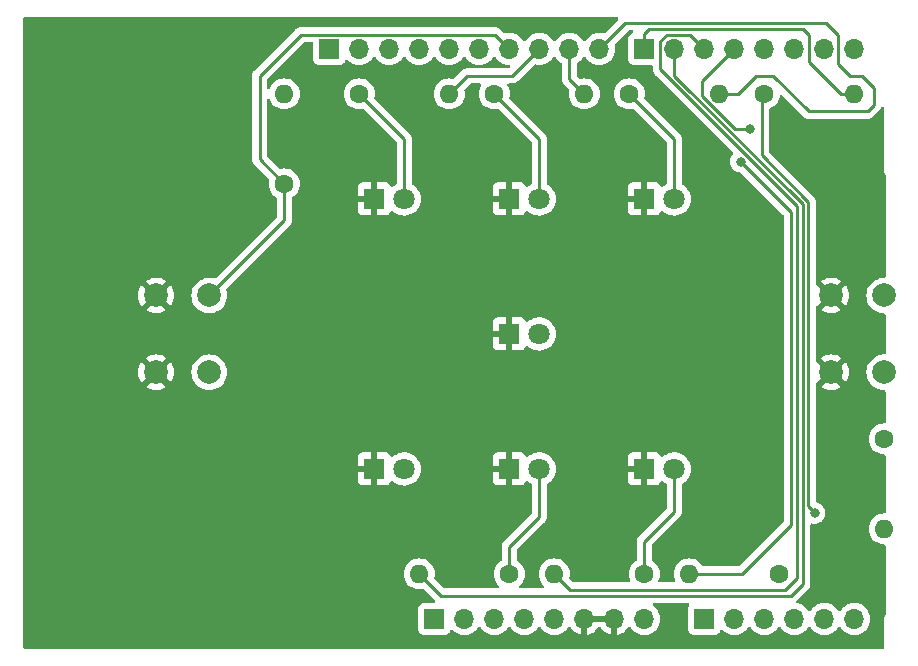
<source format=gbr>
%TF.GenerationSoftware,KiCad,Pcbnew,(6.0.7)*%
%TF.CreationDate,2022-08-31T11:28:36+09:00*%
%TF.ProjectId,LED_Dice,4c45445f-4469-4636-952e-6b696361645f,rev?*%
%TF.SameCoordinates,Original*%
%TF.FileFunction,Copper,L1,Top*%
%TF.FilePolarity,Positive*%
%FSLAX46Y46*%
G04 Gerber Fmt 4.6, Leading zero omitted, Abs format (unit mm)*
G04 Created by KiCad (PCBNEW (6.0.7)) date 2022-08-31 11:28:36*
%MOMM*%
%LPD*%
G01*
G04 APERTURE LIST*
%TA.AperFunction,ComponentPad*%
%ADD10R,1.700000X1.700000*%
%TD*%
%TA.AperFunction,ComponentPad*%
%ADD11O,1.700000X1.700000*%
%TD*%
%TA.AperFunction,ComponentPad*%
%ADD12C,2.000000*%
%TD*%
%TA.AperFunction,ComponentPad*%
%ADD13C,1.600000*%
%TD*%
%TA.AperFunction,ComponentPad*%
%ADD14O,1.600000X1.600000*%
%TD*%
%TA.AperFunction,ComponentPad*%
%ADD15C,1.800000*%
%TD*%
%TA.AperFunction,ComponentPad*%
%ADD16R,1.800000X1.800000*%
%TD*%
%TA.AperFunction,ViaPad*%
%ADD17C,0.800000*%
%TD*%
%TA.AperFunction,Conductor*%
%ADD18C,0.250000*%
%TD*%
G04 APERTURE END LIST*
D10*
%TO.P,J4,1,Pin_1*%
%TO.N,D07*%
X242570000Y-29210000D03*
D11*
%TO.P,J4,2,Pin_2*%
%TO.N,D06*%
X245110000Y-29210000D03*
%TO.P,J4,3,Pin_3*%
%TO.N,D05*%
X247650000Y-29210000D03*
%TO.P,J4,4,Pin_4*%
%TO.N,D04*%
X250190000Y-29210000D03*
%TO.P,J4,5,Pin_5*%
%TO.N,unconnected-(J4-Pad5)*%
X252730000Y-29210000D03*
%TO.P,J4,6,Pin_6*%
%TO.N,unconnected-(J4-Pad6)*%
X255270000Y-29210000D03*
%TO.P,J4,7,Pin_7*%
%TO.N,unconnected-(J4-Pad7)*%
X257810000Y-29210000D03*
%TO.P,J4,8,Pin_8*%
%TO.N,unconnected-(J4-Pad8)*%
X260350000Y-29210000D03*
%TD*%
D10*
%TO.P,J3,1,Pin_1*%
%TO.N,unconnected-(J3-Pad1)*%
X215900000Y-29210000D03*
D11*
%TO.P,J3,2,Pin_2*%
%TO.N,unconnected-(J3-Pad2)*%
X218440000Y-29210000D03*
%TO.P,J3,3,Pin_3*%
%TO.N,unconnected-(J3-Pad3)*%
X220980000Y-29210000D03*
%TO.P,J3,4,Pin_4*%
%TO.N,unconnected-(J3-Pad4)*%
X223520000Y-29210000D03*
%TO.P,J3,5,Pin_5*%
%TO.N,unconnected-(J3-Pad5)*%
X226060000Y-29210000D03*
%TO.P,J3,6,Pin_6*%
%TO.N,D12_SW2*%
X228600000Y-29210000D03*
%TO.P,J3,7,Pin_7*%
%TO.N,D11_SW1*%
X231140000Y-29210000D03*
%TO.P,J3,8,Pin_8*%
%TO.N,D10*%
X233680000Y-29210000D03*
%TO.P,J3,9,Pin_9*%
%TO.N,D09*%
X236220000Y-29210000D03*
%TO.P,J3,10,Pin_10*%
%TO.N,D08*%
X238760000Y-29210000D03*
%TD*%
D10*
%TO.P,J2,1,Pin_1*%
%TO.N,unconnected-(J2-Pad1)*%
X247650000Y-77470000D03*
D11*
%TO.P,J2,2,Pin_2*%
%TO.N,unconnected-(J2-Pad2)*%
X250190000Y-77470000D03*
%TO.P,J2,3,Pin_3*%
%TO.N,unconnected-(J2-Pad3)*%
X252730000Y-77470000D03*
%TO.P,J2,4,Pin_4*%
%TO.N,unconnected-(J2-Pad4)*%
X255270000Y-77470000D03*
%TO.P,J2,5,Pin_5*%
%TO.N,unconnected-(J2-Pad5)*%
X257810000Y-77470000D03*
%TO.P,J2,6,Pin_6*%
%TO.N,unconnected-(J2-Pad6)*%
X260350000Y-77470000D03*
%TD*%
D10*
%TO.P,J1,1,Pin_1*%
%TO.N,unconnected-(J1-Pad1)*%
X224790000Y-77470000D03*
D11*
%TO.P,J1,2,Pin_2*%
%TO.N,unconnected-(J1-Pad2)*%
X227330000Y-77470000D03*
%TO.P,J1,3,Pin_3*%
%TO.N,unconnected-(J1-Pad3)*%
X229870000Y-77470000D03*
%TO.P,J1,4,Pin_4*%
%TO.N,unconnected-(J1-Pad4)*%
X232410000Y-77470000D03*
%TO.P,J1,5,Pin_5*%
%TO.N,+5V*%
X234950000Y-77470000D03*
%TO.P,J1,6,Pin_6*%
%TO.N,GND*%
X237490000Y-77470000D03*
%TO.P,J1,7,Pin_7*%
X240030000Y-77470000D03*
%TO.P,J1,8,Pin_8*%
%TO.N,unconnected-(J1-Pad8)*%
X242570000Y-77470000D03*
%TD*%
D12*
%TO.P,SW2,1,1*%
%TO.N,GND*%
X258390000Y-56590000D03*
%TO.P,SW2,2,2*%
X258390000Y-50090000D03*
%TO.P,SW2,3,K*%
%TO.N,D12_SW2*%
X262890000Y-50090000D03*
%TO.P,SW2,4,A*%
X262890000Y-56590000D03*
%TD*%
%TO.P,SW1,1,1*%
%TO.N,GND*%
X201240000Y-56590000D03*
%TO.P,SW1,2,2*%
X201240000Y-50090000D03*
%TO.P,SW1,3,K*%
%TO.N,D11_SW1*%
X205740000Y-50090000D03*
%TO.P,SW1,4,A*%
X205740000Y-56590000D03*
%TD*%
D13*
%TO.P,R9,1*%
%TO.N,D12_SW2*%
X262890000Y-62230000D03*
D14*
%TO.P,R9,2*%
%TO.N,+5V*%
X262890000Y-69850000D03*
%TD*%
D13*
%TO.P,R8,1*%
%TO.N,D11_SW1*%
X212090000Y-40640000D03*
D14*
%TO.P,R8,2*%
%TO.N,+5V*%
X212090000Y-33020000D03*
%TD*%
D13*
%TO.P,R7,1*%
%TO.N,Net-(R7-Pad1)*%
X218440000Y-33020000D03*
D14*
%TO.P,R7,2*%
%TO.N,D10*%
X226060000Y-33020000D03*
%TD*%
D13*
%TO.P,R6,1*%
%TO.N,Net-(D6-Pad2)*%
X229870000Y-33020000D03*
D14*
%TO.P,R6,2*%
%TO.N,D09*%
X237490000Y-33020000D03*
%TD*%
D13*
%TO.P,R5,1*%
%TO.N,Net-(D5-Pad2)*%
X241300000Y-33020000D03*
D14*
%TO.P,R5,2*%
%TO.N,D08*%
X248920000Y-33020000D03*
%TD*%
D13*
%TO.P,R4,1*%
%TO.N,Net-(D4-Pad2)*%
X252730000Y-33020000D03*
D14*
%TO.P,R4,2*%
%TO.N,D07*%
X260350000Y-33020000D03*
%TD*%
D13*
%TO.P,R3,1*%
%TO.N,Net-(D3-Pad2)*%
X231140000Y-73660000D03*
D14*
%TO.P,R3,2*%
%TO.N,D06*%
X223520000Y-73660000D03*
%TD*%
D13*
%TO.P,R2,1*%
%TO.N,Net-(D2-Pad2)*%
X242570000Y-73660000D03*
D14*
%TO.P,R2,2*%
%TO.N,D05*%
X234950000Y-73660000D03*
%TD*%
D13*
%TO.P,R1,1*%
%TO.N,Net-(D1-Pad2)*%
X254000000Y-73660000D03*
D14*
%TO.P,R1,2*%
%TO.N,D04*%
X246380000Y-73660000D03*
%TD*%
D15*
%TO.P,D7,2,A*%
%TO.N,Net-(R7-Pad1)*%
X222250000Y-41910000D03*
D16*
%TO.P,D7,1,K*%
%TO.N,GND*%
X219710000Y-41910000D03*
%TD*%
%TO.P,D6,1,K*%
%TO.N,GND*%
X231140000Y-41910000D03*
D15*
%TO.P,D6,2,A*%
%TO.N,Net-(D6-Pad2)*%
X233680000Y-41910000D03*
%TD*%
D16*
%TO.P,D5,1,K*%
%TO.N,GND*%
X242570000Y-41910000D03*
D15*
%TO.P,D5,2,A*%
%TO.N,Net-(D5-Pad2)*%
X245110000Y-41910000D03*
%TD*%
D16*
%TO.P,D4,1,K*%
%TO.N,GND*%
X219710000Y-64770000D03*
D15*
%TO.P,D4,2,A*%
%TO.N,Net-(D4-Pad2)*%
X222250000Y-64770000D03*
%TD*%
D16*
%TO.P,D3,1,K*%
%TO.N,GND*%
X231140000Y-64770000D03*
D15*
%TO.P,D3,2,A*%
%TO.N,Net-(D3-Pad2)*%
X233680000Y-64770000D03*
%TD*%
D16*
%TO.P,D2,1,K*%
%TO.N,GND*%
X242570000Y-64770000D03*
D15*
%TO.P,D2,2,A*%
%TO.N,Net-(D2-Pad2)*%
X245110000Y-64770000D03*
%TD*%
D16*
%TO.P,D1,1,K*%
%TO.N,GND*%
X231140000Y-53340000D03*
D15*
%TO.P,D1,2,A*%
%TO.N,Net-(D1-Pad2)*%
X233680000Y-53340000D03*
%TD*%
D17*
%TO.N,D04*%
X250737700Y-38762300D03*
X251500000Y-36000000D03*
%TO.N,Net-(D4-Pad2)*%
X257000000Y-68500000D03*
%TD*%
D18*
%TO.N,Net-(D4-Pad2)*%
X252500000Y-33250000D02*
X252730000Y-33020000D01*
X252500000Y-38227208D02*
X252500000Y-33250000D01*
X256450000Y-42177208D02*
X252500000Y-38227208D01*
X256450000Y-67950000D02*
X256450000Y-42177208D01*
X257000000Y-68500000D02*
X256450000Y-67950000D01*
%TO.N,D04*%
X255000000Y-60000000D02*
X255000000Y-43024600D01*
X255000000Y-69500000D02*
X255000000Y-60000000D01*
X255000000Y-43024600D02*
X250737700Y-38762300D01*
X250840000Y-73660000D02*
X254500000Y-70000000D01*
X254500000Y-70000000D02*
X255000000Y-69500000D01*
X246380000Y-73660000D02*
X250840000Y-73660000D01*
X247500000Y-33227208D02*
X249636396Y-35363604D01*
X250272792Y-36000000D02*
X251500000Y-36000000D01*
X247500000Y-32500000D02*
X247500000Y-33227208D01*
X247500000Y-31900000D02*
X247500000Y-32500000D01*
X249636396Y-35363604D02*
X250272792Y-36000000D01*
X250190000Y-29210000D02*
X247500000Y-31900000D01*
%TO.N,D06*%
X256000000Y-42363604D02*
X245110000Y-31473604D01*
X256000000Y-42500000D02*
X256000000Y-42363604D01*
X245110000Y-31473604D02*
X245110000Y-29210000D01*
X256000000Y-66500000D02*
X256000000Y-42500000D01*
%TO.N,D05*%
X236290000Y-75000000D02*
X234950000Y-73660000D01*
X254500000Y-75000000D02*
X236290000Y-75000000D01*
X255500000Y-74000000D02*
X254500000Y-75000000D01*
X255500000Y-42500000D02*
X255500000Y-74000000D01*
X243935000Y-30935000D02*
X255500000Y-42500000D01*
X243935000Y-28565000D02*
X243935000Y-30935000D01*
X244500000Y-28000000D02*
X243935000Y-28565000D01*
X246440000Y-28000000D02*
X244500000Y-28000000D01*
X247650000Y-29210000D02*
X246440000Y-28000000D01*
%TO.N,D06*%
X256000000Y-74500000D02*
X256000000Y-66500000D01*
X255000000Y-75500000D02*
X256000000Y-74500000D01*
X225500000Y-75500000D02*
X255000000Y-75500000D01*
X225360000Y-75500000D02*
X225500000Y-75500000D01*
X223520000Y-73660000D02*
X225360000Y-75500000D01*
%TO.N,D10*%
X231390000Y-31500000D02*
X227580000Y-31500000D01*
X233680000Y-29210000D02*
X231390000Y-31500000D01*
X227580000Y-31500000D02*
X226060000Y-33020000D01*
%TO.N,D11_SW1*%
X210000000Y-31500000D02*
X210000000Y-38550000D01*
X213500000Y-28000000D02*
X210000000Y-31500000D01*
X210000000Y-38550000D02*
X212090000Y-40640000D01*
X231140000Y-29210000D02*
X229930000Y-28000000D01*
X229930000Y-28000000D02*
X213500000Y-28000000D01*
X212090000Y-43740000D02*
X212090000Y-40640000D01*
X205740000Y-50090000D02*
X212090000Y-43740000D01*
%TO.N,D09*%
X236220000Y-31750000D02*
X237490000Y-33020000D01*
X236220000Y-29210000D02*
X236220000Y-31750000D01*
%TO.N,D07*%
X242570000Y-27930000D02*
X243000000Y-27500000D01*
X242570000Y-29210000D02*
X242570000Y-27930000D01*
X256500000Y-28000000D02*
X256000000Y-27500000D01*
X256000000Y-27500000D02*
X243000000Y-27500000D01*
X259218630Y-33020000D02*
X256500000Y-30301370D01*
X256500000Y-30301370D02*
X256500000Y-28000000D01*
X260350000Y-33020000D02*
X259218630Y-33020000D01*
%TO.N,D08*%
X253500000Y-31500000D02*
X252000000Y-31500000D01*
X256500000Y-34500000D02*
X253500000Y-31500000D01*
X261500000Y-34500000D02*
X256500000Y-34500000D01*
X250480000Y-33020000D02*
X248920000Y-33020000D01*
X262000000Y-34000000D02*
X261500000Y-34500000D01*
X262000000Y-32500000D02*
X262000000Y-34000000D01*
X261000000Y-31500000D02*
X262000000Y-32500000D01*
X260000000Y-31500000D02*
X261000000Y-31500000D01*
X252000000Y-31500000D02*
X250480000Y-33020000D01*
X259000000Y-30500000D02*
X260000000Y-31500000D01*
X259000000Y-28000000D02*
X259000000Y-30500000D01*
X258000000Y-27000000D02*
X259000000Y-28000000D01*
X240970000Y-27000000D02*
X258000000Y-27000000D01*
X238760000Y-29210000D02*
X240970000Y-27000000D01*
%TO.N,Net-(D5-Pad2)*%
X245110000Y-41910000D02*
X245110000Y-36830000D01*
X245110000Y-36830000D02*
X241300000Y-33020000D01*
%TO.N,Net-(D6-Pad2)*%
X233680000Y-36830000D02*
X233680000Y-41910000D01*
X229870000Y-33020000D02*
X233680000Y-36830000D01*
%TO.N,Net-(R7-Pad1)*%
X222250000Y-36830000D02*
X218440000Y-33020000D01*
X222250000Y-41910000D02*
X222250000Y-36830000D01*
%TO.N,Net-(D3-Pad2)*%
X231140000Y-71360000D02*
X231140000Y-73660000D01*
X233680000Y-68820000D02*
X231140000Y-71360000D01*
X233680000Y-64770000D02*
X233680000Y-68820000D01*
%TO.N,Net-(D2-Pad2)*%
X242570000Y-70930000D02*
X242570000Y-73660000D01*
X245110000Y-68390000D02*
X242570000Y-70930000D01*
X245110000Y-64770000D02*
X245110000Y-68390000D01*
%TD*%
%TA.AperFunction,Conductor*%
%TO.N,GND*%
G36*
X240329527Y-26528502D02*
G01*
X240376020Y-26582158D01*
X240386124Y-26652432D01*
X240356630Y-26717012D01*
X240350501Y-26723595D01*
X239217345Y-27856750D01*
X239155033Y-27890776D01*
X239106154Y-27891702D01*
X238893373Y-27853800D01*
X238893367Y-27853799D01*
X238888284Y-27852894D01*
X238814452Y-27851992D01*
X238670081Y-27850228D01*
X238670079Y-27850228D01*
X238664911Y-27850165D01*
X238444091Y-27883955D01*
X238231756Y-27953357D01*
X238033607Y-28056507D01*
X238029474Y-28059610D01*
X238029471Y-28059612D01*
X237859100Y-28187530D01*
X237854965Y-28190635D01*
X237851393Y-28194373D01*
X237708284Y-28344128D01*
X237700629Y-28352138D01*
X237593201Y-28509621D01*
X237538293Y-28554621D01*
X237467768Y-28562792D01*
X237404021Y-28531538D01*
X237383324Y-28507054D01*
X237302822Y-28382617D01*
X237302820Y-28382614D01*
X237300014Y-28378277D01*
X237149670Y-28213051D01*
X237145619Y-28209852D01*
X237145615Y-28209848D01*
X236978414Y-28077800D01*
X236978410Y-28077798D01*
X236974359Y-28074598D01*
X236778789Y-27966638D01*
X236773920Y-27964914D01*
X236773916Y-27964912D01*
X236573087Y-27893795D01*
X236573083Y-27893794D01*
X236568212Y-27892069D01*
X236563119Y-27891162D01*
X236563116Y-27891161D01*
X236353373Y-27853800D01*
X236353367Y-27853799D01*
X236348284Y-27852894D01*
X236274452Y-27851992D01*
X236130081Y-27850228D01*
X236130079Y-27850228D01*
X236124911Y-27850165D01*
X235904091Y-27883955D01*
X235691756Y-27953357D01*
X235493607Y-28056507D01*
X235489474Y-28059610D01*
X235489471Y-28059612D01*
X235319100Y-28187530D01*
X235314965Y-28190635D01*
X235311393Y-28194373D01*
X235168284Y-28344128D01*
X235160629Y-28352138D01*
X235053201Y-28509621D01*
X234998293Y-28554621D01*
X234927768Y-28562792D01*
X234864021Y-28531538D01*
X234843324Y-28507054D01*
X234762822Y-28382617D01*
X234762820Y-28382614D01*
X234760014Y-28378277D01*
X234609670Y-28213051D01*
X234605619Y-28209852D01*
X234605615Y-28209848D01*
X234438414Y-28077800D01*
X234438410Y-28077798D01*
X234434359Y-28074598D01*
X234238789Y-27966638D01*
X234233920Y-27964914D01*
X234233916Y-27964912D01*
X234033087Y-27893795D01*
X234033083Y-27893794D01*
X234028212Y-27892069D01*
X234023119Y-27891162D01*
X234023116Y-27891161D01*
X233813373Y-27853800D01*
X233813367Y-27853799D01*
X233808284Y-27852894D01*
X233734452Y-27851992D01*
X233590081Y-27850228D01*
X233590079Y-27850228D01*
X233584911Y-27850165D01*
X233364091Y-27883955D01*
X233151756Y-27953357D01*
X232953607Y-28056507D01*
X232949474Y-28059610D01*
X232949471Y-28059612D01*
X232779100Y-28187530D01*
X232774965Y-28190635D01*
X232771393Y-28194373D01*
X232628284Y-28344128D01*
X232620629Y-28352138D01*
X232513201Y-28509621D01*
X232458293Y-28554621D01*
X232387768Y-28562792D01*
X232324021Y-28531538D01*
X232303324Y-28507054D01*
X232222822Y-28382617D01*
X232222820Y-28382614D01*
X232220014Y-28378277D01*
X232069670Y-28213051D01*
X232065619Y-28209852D01*
X232065615Y-28209848D01*
X231898414Y-28077800D01*
X231898410Y-28077798D01*
X231894359Y-28074598D01*
X231698789Y-27966638D01*
X231693920Y-27964914D01*
X231693916Y-27964912D01*
X231493087Y-27893795D01*
X231493083Y-27893794D01*
X231488212Y-27892069D01*
X231483119Y-27891162D01*
X231483116Y-27891161D01*
X231273373Y-27853800D01*
X231273367Y-27853799D01*
X231268284Y-27852894D01*
X231194452Y-27851992D01*
X231050081Y-27850228D01*
X231050079Y-27850228D01*
X231044911Y-27850165D01*
X230824091Y-27883955D01*
X230811532Y-27888060D01*
X230740568Y-27890210D01*
X230683294Y-27857389D01*
X230433652Y-27607747D01*
X230426112Y-27599461D01*
X230422000Y-27592982D01*
X230415953Y-27587303D01*
X230372349Y-27546357D01*
X230369507Y-27543602D01*
X230349770Y-27523865D01*
X230346573Y-27521385D01*
X230337551Y-27513680D01*
X230324116Y-27501064D01*
X230305321Y-27483414D01*
X230298375Y-27479595D01*
X230298372Y-27479593D01*
X230287566Y-27473652D01*
X230271047Y-27462801D01*
X230270583Y-27462441D01*
X230255041Y-27450386D01*
X230247772Y-27447241D01*
X230247768Y-27447238D01*
X230214463Y-27432826D01*
X230203813Y-27427609D01*
X230165060Y-27406305D01*
X230145437Y-27401267D01*
X230126734Y-27394863D01*
X230115420Y-27389967D01*
X230115419Y-27389967D01*
X230108145Y-27386819D01*
X230100322Y-27385580D01*
X230100312Y-27385577D01*
X230064476Y-27379901D01*
X230052856Y-27377495D01*
X230017711Y-27368472D01*
X230017710Y-27368472D01*
X230010030Y-27366500D01*
X229989776Y-27366500D01*
X229970065Y-27364949D01*
X229967534Y-27364548D01*
X229950057Y-27361780D01*
X229942165Y-27362526D01*
X229906039Y-27365941D01*
X229894181Y-27366500D01*
X213578763Y-27366500D01*
X213567579Y-27365973D01*
X213560091Y-27364299D01*
X213552168Y-27364548D01*
X213492033Y-27366438D01*
X213488075Y-27366500D01*
X213460144Y-27366500D01*
X213456229Y-27366995D01*
X213456225Y-27366995D01*
X213456167Y-27367003D01*
X213456138Y-27367006D01*
X213444296Y-27367939D01*
X213400110Y-27369327D01*
X213382744Y-27374372D01*
X213380658Y-27374978D01*
X213361306Y-27378986D01*
X213349068Y-27380532D01*
X213349066Y-27380533D01*
X213341203Y-27381526D01*
X213300086Y-27397806D01*
X213288885Y-27401641D01*
X213246406Y-27413982D01*
X213239587Y-27418015D01*
X213239582Y-27418017D01*
X213228971Y-27424293D01*
X213211221Y-27432990D01*
X213192383Y-27440448D01*
X213185967Y-27445109D01*
X213185966Y-27445110D01*
X213156625Y-27466428D01*
X213146701Y-27472947D01*
X213115460Y-27491422D01*
X213115455Y-27491426D01*
X213108637Y-27495458D01*
X213094313Y-27509782D01*
X213079281Y-27522621D01*
X213062893Y-27534528D01*
X213034712Y-27568593D01*
X213026722Y-27577373D01*
X209607747Y-30996348D01*
X209599461Y-31003888D01*
X209592982Y-31008000D01*
X209587557Y-31013777D01*
X209546357Y-31057651D01*
X209543602Y-31060493D01*
X209523865Y-31080230D01*
X209521385Y-31083427D01*
X209513682Y-31092447D01*
X209483414Y-31124679D01*
X209479595Y-31131625D01*
X209479593Y-31131628D01*
X209473652Y-31142434D01*
X209462801Y-31158953D01*
X209450386Y-31174959D01*
X209447241Y-31182228D01*
X209447238Y-31182232D01*
X209432826Y-31215537D01*
X209427609Y-31226187D01*
X209406305Y-31264940D01*
X209404334Y-31272615D01*
X209404334Y-31272616D01*
X209401267Y-31284562D01*
X209394863Y-31303266D01*
X209386819Y-31321855D01*
X209385580Y-31329678D01*
X209385577Y-31329688D01*
X209379901Y-31365524D01*
X209377495Y-31377144D01*
X209372565Y-31396348D01*
X209366500Y-31419970D01*
X209366500Y-31440224D01*
X209364949Y-31459934D01*
X209361780Y-31479943D01*
X209362526Y-31487835D01*
X209365941Y-31523961D01*
X209366500Y-31535819D01*
X209366500Y-38471233D01*
X209365973Y-38482416D01*
X209364298Y-38489909D01*
X209364547Y-38497835D01*
X209364547Y-38497836D01*
X209366438Y-38557986D01*
X209366500Y-38561945D01*
X209366500Y-38589856D01*
X209366997Y-38593790D01*
X209366997Y-38593791D01*
X209367005Y-38593856D01*
X209367938Y-38605693D01*
X209369327Y-38649889D01*
X209374978Y-38669339D01*
X209378987Y-38688700D01*
X209381526Y-38708797D01*
X209384445Y-38716168D01*
X209384445Y-38716170D01*
X209397804Y-38749912D01*
X209401649Y-38761142D01*
X209403893Y-38768865D01*
X209413982Y-38803593D01*
X209418015Y-38810412D01*
X209418017Y-38810417D01*
X209424293Y-38821028D01*
X209432988Y-38838776D01*
X209440448Y-38857617D01*
X209445110Y-38864033D01*
X209445110Y-38864034D01*
X209466436Y-38893387D01*
X209472952Y-38903307D01*
X209495458Y-38941362D01*
X209509779Y-38955683D01*
X209522619Y-38970716D01*
X209534528Y-38987107D01*
X209540634Y-38992158D01*
X209568605Y-39015298D01*
X209577384Y-39023288D01*
X210780848Y-40226752D01*
X210814874Y-40289064D01*
X210813459Y-40348459D01*
X210797882Y-40406591D01*
X210797881Y-40406598D01*
X210796457Y-40411913D01*
X210776502Y-40640000D01*
X210796457Y-40868087D01*
X210797881Y-40873400D01*
X210797881Y-40873402D01*
X210799698Y-40880181D01*
X210855716Y-41089243D01*
X210858039Y-41094224D01*
X210858039Y-41094225D01*
X210950151Y-41291762D01*
X210950154Y-41291767D01*
X210952477Y-41296749D01*
X210955634Y-41301257D01*
X211066468Y-41459544D01*
X211083802Y-41484300D01*
X211245700Y-41646198D01*
X211250208Y-41649355D01*
X211250211Y-41649357D01*
X211402771Y-41756181D01*
X211447099Y-41811638D01*
X211456500Y-41859394D01*
X211456500Y-43425406D01*
X211436498Y-43493527D01*
X211419595Y-43514501D01*
X206318459Y-48615636D01*
X206256147Y-48649662D01*
X206199951Y-48649060D01*
X206147104Y-48636373D01*
X205981524Y-48596620D01*
X205981518Y-48596619D01*
X205976711Y-48595465D01*
X205740000Y-48576835D01*
X205503289Y-48595465D01*
X205498482Y-48596619D01*
X205498476Y-48596620D01*
X205352609Y-48631640D01*
X205272406Y-48650895D01*
X205267835Y-48652788D01*
X205267833Y-48652789D01*
X205057611Y-48739865D01*
X205057607Y-48739867D01*
X205053037Y-48741760D01*
X205048817Y-48744346D01*
X204854798Y-48863241D01*
X204854792Y-48863245D01*
X204850584Y-48865824D01*
X204670031Y-49020031D01*
X204515824Y-49200584D01*
X204513245Y-49204792D01*
X204513241Y-49204798D01*
X204394346Y-49398817D01*
X204391760Y-49403037D01*
X204389867Y-49407607D01*
X204389865Y-49407611D01*
X204302789Y-49617833D01*
X204300895Y-49622406D01*
X204245465Y-49853289D01*
X204226835Y-50090000D01*
X204245465Y-50326711D01*
X204300895Y-50557594D01*
X204302788Y-50562165D01*
X204302789Y-50562167D01*
X204389772Y-50772163D01*
X204391760Y-50776963D01*
X204394346Y-50781183D01*
X204513241Y-50975202D01*
X204513245Y-50975208D01*
X204515824Y-50979416D01*
X204670031Y-51159969D01*
X204850584Y-51314176D01*
X204854792Y-51316755D01*
X204854798Y-51316759D01*
X205048084Y-51435205D01*
X205053037Y-51438240D01*
X205057607Y-51440133D01*
X205057611Y-51440135D01*
X205267833Y-51527211D01*
X205272406Y-51529105D01*
X205352609Y-51548360D01*
X205498476Y-51583380D01*
X205498482Y-51583381D01*
X205503289Y-51584535D01*
X205740000Y-51603165D01*
X205976711Y-51584535D01*
X205981518Y-51583381D01*
X205981524Y-51583380D01*
X206127391Y-51548360D01*
X206207594Y-51529105D01*
X206212167Y-51527211D01*
X206422389Y-51440135D01*
X206422393Y-51440133D01*
X206426963Y-51438240D01*
X206431916Y-51435205D01*
X206625202Y-51316759D01*
X206625208Y-51316755D01*
X206629416Y-51314176D01*
X206809969Y-51159969D01*
X206964176Y-50979416D01*
X206966755Y-50975208D01*
X206966759Y-50975202D01*
X207085654Y-50781183D01*
X207088240Y-50776963D01*
X207090229Y-50772163D01*
X207177211Y-50562167D01*
X207177212Y-50562165D01*
X207179105Y-50557594D01*
X207234535Y-50326711D01*
X207253165Y-50090000D01*
X207234535Y-49853289D01*
X207203847Y-49725461D01*
X207180940Y-49630049D01*
X207184487Y-49559141D01*
X207214364Y-49511540D01*
X212482253Y-44243652D01*
X212490539Y-44236112D01*
X212497018Y-44232000D01*
X212543644Y-44182348D01*
X212546398Y-44179507D01*
X212566135Y-44159770D01*
X212568615Y-44156573D01*
X212576320Y-44147551D01*
X212601159Y-44121100D01*
X212606586Y-44115321D01*
X212610405Y-44108375D01*
X212610407Y-44108372D01*
X212616348Y-44097566D01*
X212627199Y-44081047D01*
X212634758Y-44071301D01*
X212639614Y-44065041D01*
X212642759Y-44057772D01*
X212642762Y-44057768D01*
X212657174Y-44024463D01*
X212662391Y-44013813D01*
X212683695Y-43975060D01*
X212688733Y-43955437D01*
X212695137Y-43936734D01*
X212700033Y-43925420D01*
X212700033Y-43925419D01*
X212703181Y-43918145D01*
X212704420Y-43910322D01*
X212704423Y-43910312D01*
X212710099Y-43874476D01*
X212712505Y-43862856D01*
X212721528Y-43827711D01*
X212721528Y-43827710D01*
X212723500Y-43820030D01*
X212723500Y-43799776D01*
X212725051Y-43780065D01*
X212726980Y-43767886D01*
X212728220Y-43760057D01*
X212724059Y-43716038D01*
X212723500Y-43704181D01*
X212723500Y-42854669D01*
X218302001Y-42854669D01*
X218302371Y-42861490D01*
X218307895Y-42912352D01*
X218311521Y-42927604D01*
X218356676Y-43048054D01*
X218365214Y-43063649D01*
X218441715Y-43165724D01*
X218454276Y-43178285D01*
X218556351Y-43254786D01*
X218571946Y-43263324D01*
X218692394Y-43308478D01*
X218707649Y-43312105D01*
X218758514Y-43317631D01*
X218765328Y-43318000D01*
X219437885Y-43318000D01*
X219453124Y-43313525D01*
X219454329Y-43312135D01*
X219456000Y-43304452D01*
X219456000Y-42182115D01*
X219451525Y-42166876D01*
X219450135Y-42165671D01*
X219442452Y-42164000D01*
X218320116Y-42164000D01*
X218304877Y-42168475D01*
X218303672Y-42169865D01*
X218302001Y-42177548D01*
X218302001Y-42854669D01*
X212723500Y-42854669D01*
X212723500Y-41859394D01*
X212743502Y-41791273D01*
X212777229Y-41756181D01*
X212929789Y-41649357D01*
X212929792Y-41649355D01*
X212934300Y-41646198D01*
X212942613Y-41637885D01*
X218302000Y-41637885D01*
X218306475Y-41653124D01*
X218307865Y-41654329D01*
X218315548Y-41656000D01*
X219437885Y-41656000D01*
X219453124Y-41651525D01*
X219454329Y-41650135D01*
X219456000Y-41642452D01*
X219456000Y-40520116D01*
X219451525Y-40504877D01*
X219450135Y-40503672D01*
X219442452Y-40502001D01*
X218765331Y-40502001D01*
X218758510Y-40502371D01*
X218707648Y-40507895D01*
X218692396Y-40511521D01*
X218571946Y-40556676D01*
X218556351Y-40565214D01*
X218454276Y-40641715D01*
X218441715Y-40654276D01*
X218365214Y-40756351D01*
X218356676Y-40771946D01*
X218311522Y-40892394D01*
X218307895Y-40907649D01*
X218302369Y-40958514D01*
X218302000Y-40965328D01*
X218302000Y-41637885D01*
X212942613Y-41637885D01*
X213096198Y-41484300D01*
X213113533Y-41459544D01*
X213224366Y-41301257D01*
X213227523Y-41296749D01*
X213229846Y-41291767D01*
X213229849Y-41291762D01*
X213321961Y-41094225D01*
X213321961Y-41094224D01*
X213324284Y-41089243D01*
X213380303Y-40880181D01*
X213382119Y-40873402D01*
X213382119Y-40873400D01*
X213383543Y-40868087D01*
X213403498Y-40640000D01*
X213383543Y-40411913D01*
X213382117Y-40406591D01*
X213325707Y-40196067D01*
X213325706Y-40196065D01*
X213324284Y-40190757D01*
X213321961Y-40185775D01*
X213229849Y-39988238D01*
X213229846Y-39988233D01*
X213227523Y-39983251D01*
X213096198Y-39795700D01*
X212934300Y-39633802D01*
X212929792Y-39630645D01*
X212929789Y-39630643D01*
X212824513Y-39556928D01*
X212746749Y-39502477D01*
X212741767Y-39500154D01*
X212741762Y-39500151D01*
X212544225Y-39408039D01*
X212544224Y-39408039D01*
X212539243Y-39405716D01*
X212533935Y-39404294D01*
X212533933Y-39404293D01*
X212323402Y-39347881D01*
X212323400Y-39347881D01*
X212318087Y-39346457D01*
X212090000Y-39326502D01*
X211861913Y-39346457D01*
X211798458Y-39363460D01*
X211727482Y-39361770D01*
X211676753Y-39330848D01*
X210670405Y-38324500D01*
X210636379Y-38262188D01*
X210633500Y-38235405D01*
X210633500Y-33561049D01*
X210653502Y-33492928D01*
X210707158Y-33446435D01*
X210777432Y-33436331D01*
X210842012Y-33465825D01*
X210873695Y-33507798D01*
X210952477Y-33676749D01*
X211083802Y-33864300D01*
X211245700Y-34026198D01*
X211250208Y-34029355D01*
X211250211Y-34029357D01*
X211254564Y-34032405D01*
X211433251Y-34157523D01*
X211438233Y-34159846D01*
X211438238Y-34159849D01*
X211635775Y-34251961D01*
X211640757Y-34254284D01*
X211646065Y-34255706D01*
X211646067Y-34255707D01*
X211856598Y-34312119D01*
X211856600Y-34312119D01*
X211861913Y-34313543D01*
X212090000Y-34333498D01*
X212318087Y-34313543D01*
X212323400Y-34312119D01*
X212323402Y-34312119D01*
X212533933Y-34255707D01*
X212533935Y-34255706D01*
X212539243Y-34254284D01*
X212544225Y-34251961D01*
X212741762Y-34159849D01*
X212741767Y-34159846D01*
X212746749Y-34157523D01*
X212925436Y-34032405D01*
X212929789Y-34029357D01*
X212929792Y-34029355D01*
X212934300Y-34026198D01*
X213096198Y-33864300D01*
X213227523Y-33676749D01*
X213229846Y-33671767D01*
X213229849Y-33671762D01*
X213321961Y-33474225D01*
X213321961Y-33474224D01*
X213324284Y-33469243D01*
X213329067Y-33451395D01*
X213382119Y-33253402D01*
X213382119Y-33253400D01*
X213383543Y-33248087D01*
X213403498Y-33020000D01*
X217126502Y-33020000D01*
X217146457Y-33248087D01*
X217147881Y-33253400D01*
X217147881Y-33253402D01*
X217200934Y-33451395D01*
X217205716Y-33469243D01*
X217208039Y-33474224D01*
X217208039Y-33474225D01*
X217300151Y-33671762D01*
X217300154Y-33671767D01*
X217302477Y-33676749D01*
X217433802Y-33864300D01*
X217595700Y-34026198D01*
X217600208Y-34029355D01*
X217600211Y-34029357D01*
X217604564Y-34032405D01*
X217783251Y-34157523D01*
X217788233Y-34159846D01*
X217788238Y-34159849D01*
X217985775Y-34251961D01*
X217990757Y-34254284D01*
X217996065Y-34255706D01*
X217996067Y-34255707D01*
X218206598Y-34312119D01*
X218206600Y-34312119D01*
X218211913Y-34313543D01*
X218440000Y-34333498D01*
X218668087Y-34313543D01*
X218673398Y-34312120D01*
X218673409Y-34312118D01*
X218731541Y-34296541D01*
X218802517Y-34298230D01*
X218853248Y-34329152D01*
X221579595Y-37055499D01*
X221613621Y-37117811D01*
X221616500Y-37144594D01*
X221616500Y-40575319D01*
X221596498Y-40643440D01*
X221548679Y-40687083D01*
X221496872Y-40714052D01*
X221492734Y-40717159D01*
X221343784Y-40828994D01*
X221311655Y-40853117D01*
X221297350Y-40868087D01*
X221293787Y-40871815D01*
X221232263Y-40907245D01*
X221161351Y-40903788D01*
X221103564Y-40862543D01*
X221084711Y-40828994D01*
X221063324Y-40771946D01*
X221054786Y-40756351D01*
X220978285Y-40654276D01*
X220965724Y-40641715D01*
X220863649Y-40565214D01*
X220848054Y-40556676D01*
X220727606Y-40511522D01*
X220712351Y-40507895D01*
X220661486Y-40502369D01*
X220654672Y-40502000D01*
X219982115Y-40502000D01*
X219966876Y-40506475D01*
X219965671Y-40507865D01*
X219964000Y-40515548D01*
X219964000Y-43299884D01*
X219968475Y-43315123D01*
X219969865Y-43316328D01*
X219977548Y-43317999D01*
X220654669Y-43317999D01*
X220661490Y-43317629D01*
X220712352Y-43312105D01*
X220727604Y-43308479D01*
X220848054Y-43263324D01*
X220863649Y-43254786D01*
X220965724Y-43178285D01*
X220978285Y-43165724D01*
X221054786Y-43063649D01*
X221063324Y-43048054D01*
X221084773Y-42990840D01*
X221127415Y-42934075D01*
X221193977Y-42909376D01*
X221263325Y-42924584D01*
X221283240Y-42938126D01*
X221439349Y-43067730D01*
X221639322Y-43184584D01*
X221855694Y-43267209D01*
X221860760Y-43268240D01*
X221860761Y-43268240D01*
X221913846Y-43279040D01*
X222082656Y-43313385D01*
X222213324Y-43318176D01*
X222308949Y-43321683D01*
X222308953Y-43321683D01*
X222314113Y-43321872D01*
X222319233Y-43321216D01*
X222319235Y-43321216D01*
X222418668Y-43308478D01*
X222543847Y-43292442D01*
X222548795Y-43290957D01*
X222548802Y-43290956D01*
X222760747Y-43227369D01*
X222765690Y-43225886D01*
X222846236Y-43186427D01*
X222969049Y-43126262D01*
X222969052Y-43126260D01*
X222973684Y-43123991D01*
X223162243Y-42989494D01*
X223297539Y-42854669D01*
X229732001Y-42854669D01*
X229732371Y-42861490D01*
X229737895Y-42912352D01*
X229741521Y-42927604D01*
X229786676Y-43048054D01*
X229795214Y-43063649D01*
X229871715Y-43165724D01*
X229884276Y-43178285D01*
X229986351Y-43254786D01*
X230001946Y-43263324D01*
X230122394Y-43308478D01*
X230137649Y-43312105D01*
X230188514Y-43317631D01*
X230195328Y-43318000D01*
X230867885Y-43318000D01*
X230883124Y-43313525D01*
X230884329Y-43312135D01*
X230886000Y-43304452D01*
X230886000Y-42182115D01*
X230881525Y-42166876D01*
X230880135Y-42165671D01*
X230872452Y-42164000D01*
X229750116Y-42164000D01*
X229734877Y-42168475D01*
X229733672Y-42169865D01*
X229732001Y-42177548D01*
X229732001Y-42854669D01*
X223297539Y-42854669D01*
X223326303Y-42826005D01*
X223461458Y-42637917D01*
X223523424Y-42512539D01*
X223561784Y-42434922D01*
X223561785Y-42434920D01*
X223564078Y-42430280D01*
X223631408Y-42208671D01*
X223661640Y-41979041D01*
X223661957Y-41966076D01*
X223663245Y-41913365D01*
X223663245Y-41913361D01*
X223663327Y-41910000D01*
X223653120Y-41785846D01*
X223644773Y-41684318D01*
X223644772Y-41684312D01*
X223644349Y-41679167D01*
X223633980Y-41637885D01*
X229732000Y-41637885D01*
X229736475Y-41653124D01*
X229737865Y-41654329D01*
X229745548Y-41656000D01*
X230867885Y-41656000D01*
X230883124Y-41651525D01*
X230884329Y-41650135D01*
X230886000Y-41642452D01*
X230886000Y-40520116D01*
X230881525Y-40504877D01*
X230880135Y-40503672D01*
X230872452Y-40502001D01*
X230195331Y-40502001D01*
X230188510Y-40502371D01*
X230137648Y-40507895D01*
X230122396Y-40511521D01*
X230001946Y-40556676D01*
X229986351Y-40565214D01*
X229884276Y-40641715D01*
X229871715Y-40654276D01*
X229795214Y-40756351D01*
X229786676Y-40771946D01*
X229741522Y-40892394D01*
X229737895Y-40907649D01*
X229732369Y-40958514D01*
X229732000Y-40965328D01*
X229732000Y-41637885D01*
X223633980Y-41637885D01*
X223587925Y-41454533D01*
X223495570Y-41242131D01*
X223369764Y-41047665D01*
X223213887Y-40876358D01*
X223209836Y-40873159D01*
X223209832Y-40873155D01*
X223036178Y-40736012D01*
X223036175Y-40736010D01*
X223032123Y-40732810D01*
X222948607Y-40686707D01*
X222898636Y-40636274D01*
X222883500Y-40576398D01*
X222883500Y-36908768D01*
X222884027Y-36897585D01*
X222885702Y-36890092D01*
X222883562Y-36822001D01*
X222883500Y-36818044D01*
X222883500Y-36790144D01*
X222882996Y-36786153D01*
X222882063Y-36774311D01*
X222880923Y-36738036D01*
X222880674Y-36730111D01*
X222875021Y-36710652D01*
X222871012Y-36691293D01*
X222870846Y-36689983D01*
X222868474Y-36671203D01*
X222865558Y-36663837D01*
X222865556Y-36663831D01*
X222852200Y-36630098D01*
X222848355Y-36618868D01*
X222838230Y-36584017D01*
X222838230Y-36584016D01*
X222836019Y-36576407D01*
X222825705Y-36558966D01*
X222817008Y-36541213D01*
X222812472Y-36529758D01*
X222809552Y-36522383D01*
X222783563Y-36486612D01*
X222777047Y-36476692D01*
X222758578Y-36445463D01*
X222754542Y-36438638D01*
X222740221Y-36424317D01*
X222727380Y-36409283D01*
X222720131Y-36399306D01*
X222715472Y-36392893D01*
X222681395Y-36364702D01*
X222672616Y-36356712D01*
X219749152Y-33433248D01*
X219715126Y-33370936D01*
X219716541Y-33311541D01*
X219732118Y-33253409D01*
X219732120Y-33253398D01*
X219733543Y-33248087D01*
X219753498Y-33020000D01*
X219733543Y-32791913D01*
X219732117Y-32786591D01*
X219675707Y-32576067D01*
X219675706Y-32576065D01*
X219674284Y-32570757D01*
X219656305Y-32532201D01*
X219579849Y-32368238D01*
X219579846Y-32368233D01*
X219577523Y-32363251D01*
X219476571Y-32219077D01*
X219449357Y-32180211D01*
X219449355Y-32180208D01*
X219446198Y-32175700D01*
X219284300Y-32013802D01*
X219279792Y-32010645D01*
X219279789Y-32010643D01*
X219166611Y-31931395D01*
X219096749Y-31882477D01*
X219091767Y-31880154D01*
X219091762Y-31880151D01*
X218894225Y-31788039D01*
X218894224Y-31788039D01*
X218889243Y-31785716D01*
X218883935Y-31784294D01*
X218883933Y-31784293D01*
X218673402Y-31727881D01*
X218673400Y-31727881D01*
X218668087Y-31726457D01*
X218440000Y-31706502D01*
X218211913Y-31726457D01*
X218206600Y-31727881D01*
X218206598Y-31727881D01*
X217996067Y-31784293D01*
X217996065Y-31784294D01*
X217990757Y-31785716D01*
X217985776Y-31788039D01*
X217985775Y-31788039D01*
X217788238Y-31880151D01*
X217788233Y-31880154D01*
X217783251Y-31882477D01*
X217713389Y-31931395D01*
X217600211Y-32010643D01*
X217600208Y-32010645D01*
X217595700Y-32013802D01*
X217433802Y-32175700D01*
X217430645Y-32180208D01*
X217430643Y-32180211D01*
X217403429Y-32219077D01*
X217302477Y-32363251D01*
X217300154Y-32368233D01*
X217300151Y-32368238D01*
X217223695Y-32532201D01*
X217205716Y-32570757D01*
X217204294Y-32576065D01*
X217204293Y-32576067D01*
X217147883Y-32786591D01*
X217146457Y-32791913D01*
X217126502Y-33020000D01*
X213403498Y-33020000D01*
X213383543Y-32791913D01*
X213382117Y-32786591D01*
X213325707Y-32576067D01*
X213325706Y-32576065D01*
X213324284Y-32570757D01*
X213306305Y-32532201D01*
X213229849Y-32368238D01*
X213229846Y-32368233D01*
X213227523Y-32363251D01*
X213126571Y-32219077D01*
X213099357Y-32180211D01*
X213099355Y-32180208D01*
X213096198Y-32175700D01*
X212934300Y-32013802D01*
X212929792Y-32010645D01*
X212929789Y-32010643D01*
X212816611Y-31931395D01*
X212746749Y-31882477D01*
X212741767Y-31880154D01*
X212741762Y-31880151D01*
X212544225Y-31788039D01*
X212544224Y-31788039D01*
X212539243Y-31785716D01*
X212533935Y-31784294D01*
X212533933Y-31784293D01*
X212323402Y-31727881D01*
X212323400Y-31727881D01*
X212318087Y-31726457D01*
X212090000Y-31706502D01*
X211861913Y-31726457D01*
X211856600Y-31727881D01*
X211856598Y-31727881D01*
X211646067Y-31784293D01*
X211646065Y-31784294D01*
X211640757Y-31785716D01*
X211635776Y-31788039D01*
X211635775Y-31788039D01*
X211438238Y-31880151D01*
X211438233Y-31880154D01*
X211433251Y-31882477D01*
X211363389Y-31931395D01*
X211250211Y-32010643D01*
X211250208Y-32010645D01*
X211245700Y-32013802D01*
X211083802Y-32175700D01*
X211080645Y-32180208D01*
X211080643Y-32180211D01*
X211053429Y-32219077D01*
X210952477Y-32363251D01*
X210898526Y-32478951D01*
X210873695Y-32532201D01*
X210826778Y-32585486D01*
X210758501Y-32604947D01*
X210690541Y-32584405D01*
X210644475Y-32530383D01*
X210633500Y-32478951D01*
X210633500Y-31814594D01*
X210653502Y-31746473D01*
X210670405Y-31725499D01*
X213725499Y-28670405D01*
X213787811Y-28636379D01*
X213814594Y-28633500D01*
X214415500Y-28633500D01*
X214483621Y-28653502D01*
X214530114Y-28707158D01*
X214541500Y-28759500D01*
X214541500Y-30108134D01*
X214548255Y-30170316D01*
X214599385Y-30306705D01*
X214686739Y-30423261D01*
X214803295Y-30510615D01*
X214939684Y-30561745D01*
X215001866Y-30568500D01*
X216798134Y-30568500D01*
X216860316Y-30561745D01*
X216996705Y-30510615D01*
X217113261Y-30423261D01*
X217200615Y-30306705D01*
X217222799Y-30247529D01*
X217244598Y-30189382D01*
X217287240Y-30132618D01*
X217353802Y-30107918D01*
X217423150Y-30123126D01*
X217457817Y-30151114D01*
X217486250Y-30183938D01*
X217658126Y-30326632D01*
X217851000Y-30439338D01*
X217855825Y-30441180D01*
X217855826Y-30441181D01*
X217928612Y-30468975D01*
X218059692Y-30519030D01*
X218064760Y-30520061D01*
X218064763Y-30520062D01*
X218162054Y-30539856D01*
X218278597Y-30563567D01*
X218283772Y-30563757D01*
X218283774Y-30563757D01*
X218496673Y-30571564D01*
X218496677Y-30571564D01*
X218501837Y-30571753D01*
X218506957Y-30571097D01*
X218506959Y-30571097D01*
X218718288Y-30544025D01*
X218718289Y-30544025D01*
X218723416Y-30543368D01*
X218762434Y-30531662D01*
X218932429Y-30480661D01*
X218932434Y-30480659D01*
X218937384Y-30479174D01*
X219137994Y-30380896D01*
X219319860Y-30251173D01*
X219478096Y-30093489D01*
X219608453Y-29912077D01*
X219609776Y-29913028D01*
X219656645Y-29869857D01*
X219726580Y-29857625D01*
X219792026Y-29885144D01*
X219819875Y-29916994D01*
X219879987Y-30015088D01*
X220026250Y-30183938D01*
X220198126Y-30326632D01*
X220391000Y-30439338D01*
X220395825Y-30441180D01*
X220395826Y-30441181D01*
X220468612Y-30468975D01*
X220599692Y-30519030D01*
X220604760Y-30520061D01*
X220604763Y-30520062D01*
X220702054Y-30539856D01*
X220818597Y-30563567D01*
X220823772Y-30563757D01*
X220823774Y-30563757D01*
X221036673Y-30571564D01*
X221036677Y-30571564D01*
X221041837Y-30571753D01*
X221046957Y-30571097D01*
X221046959Y-30571097D01*
X221258288Y-30544025D01*
X221258289Y-30544025D01*
X221263416Y-30543368D01*
X221302434Y-30531662D01*
X221472429Y-30480661D01*
X221472434Y-30480659D01*
X221477384Y-30479174D01*
X221677994Y-30380896D01*
X221859860Y-30251173D01*
X222018096Y-30093489D01*
X222148453Y-29912077D01*
X222149776Y-29913028D01*
X222196645Y-29869857D01*
X222266580Y-29857625D01*
X222332026Y-29885144D01*
X222359875Y-29916994D01*
X222419987Y-30015088D01*
X222566250Y-30183938D01*
X222738126Y-30326632D01*
X222931000Y-30439338D01*
X222935825Y-30441180D01*
X222935826Y-30441181D01*
X223008612Y-30468975D01*
X223139692Y-30519030D01*
X223144760Y-30520061D01*
X223144763Y-30520062D01*
X223242054Y-30539856D01*
X223358597Y-30563567D01*
X223363772Y-30563757D01*
X223363774Y-30563757D01*
X223576673Y-30571564D01*
X223576677Y-30571564D01*
X223581837Y-30571753D01*
X223586957Y-30571097D01*
X223586959Y-30571097D01*
X223798288Y-30544025D01*
X223798289Y-30544025D01*
X223803416Y-30543368D01*
X223842434Y-30531662D01*
X224012429Y-30480661D01*
X224012434Y-30480659D01*
X224017384Y-30479174D01*
X224217994Y-30380896D01*
X224399860Y-30251173D01*
X224558096Y-30093489D01*
X224688453Y-29912077D01*
X224689776Y-29913028D01*
X224736645Y-29869857D01*
X224806580Y-29857625D01*
X224872026Y-29885144D01*
X224899875Y-29916994D01*
X224959987Y-30015088D01*
X225106250Y-30183938D01*
X225278126Y-30326632D01*
X225471000Y-30439338D01*
X225475825Y-30441180D01*
X225475826Y-30441181D01*
X225548612Y-30468975D01*
X225679692Y-30519030D01*
X225684760Y-30520061D01*
X225684763Y-30520062D01*
X225782054Y-30539856D01*
X225898597Y-30563567D01*
X225903772Y-30563757D01*
X225903774Y-30563757D01*
X226116673Y-30571564D01*
X226116677Y-30571564D01*
X226121837Y-30571753D01*
X226126957Y-30571097D01*
X226126959Y-30571097D01*
X226338288Y-30544025D01*
X226338289Y-30544025D01*
X226343416Y-30543368D01*
X226382434Y-30531662D01*
X226552429Y-30480661D01*
X226552434Y-30480659D01*
X226557384Y-30479174D01*
X226757994Y-30380896D01*
X226939860Y-30251173D01*
X227098096Y-30093489D01*
X227228453Y-29912077D01*
X227229776Y-29913028D01*
X227276645Y-29869857D01*
X227346580Y-29857625D01*
X227412026Y-29885144D01*
X227439875Y-29916994D01*
X227499987Y-30015088D01*
X227646250Y-30183938D01*
X227818126Y-30326632D01*
X228011000Y-30439338D01*
X228015825Y-30441180D01*
X228015826Y-30441181D01*
X228088612Y-30468975D01*
X228219692Y-30519030D01*
X228224760Y-30520061D01*
X228224763Y-30520062D01*
X228322054Y-30539856D01*
X228438597Y-30563567D01*
X228443772Y-30563757D01*
X228443774Y-30563757D01*
X228656673Y-30571564D01*
X228656677Y-30571564D01*
X228661837Y-30571753D01*
X228666957Y-30571097D01*
X228666959Y-30571097D01*
X228878288Y-30544025D01*
X228878289Y-30544025D01*
X228883416Y-30543368D01*
X228922434Y-30531662D01*
X229092429Y-30480661D01*
X229092434Y-30480659D01*
X229097384Y-30479174D01*
X229297994Y-30380896D01*
X229479860Y-30251173D01*
X229638096Y-30093489D01*
X229768453Y-29912077D01*
X229769776Y-29913028D01*
X229816645Y-29869857D01*
X229886580Y-29857625D01*
X229952026Y-29885144D01*
X229979875Y-29916994D01*
X230039987Y-30015088D01*
X230186250Y-30183938D01*
X230358126Y-30326632D01*
X230551000Y-30439338D01*
X230555825Y-30441180D01*
X230555826Y-30441181D01*
X230628612Y-30468975D01*
X230759692Y-30519030D01*
X230764760Y-30520061D01*
X230764763Y-30520062D01*
X230862054Y-30539856D01*
X230978597Y-30563567D01*
X230983771Y-30563757D01*
X230983773Y-30563757D01*
X231051293Y-30566233D01*
X231125649Y-30568959D01*
X231192990Y-30591443D01*
X231237486Y-30646767D01*
X231245008Y-30717364D01*
X231210126Y-30783969D01*
X231164500Y-30829595D01*
X231102188Y-30863621D01*
X231075405Y-30866500D01*
X227658768Y-30866500D01*
X227647585Y-30865973D01*
X227640092Y-30864298D01*
X227632166Y-30864547D01*
X227632165Y-30864547D01*
X227572002Y-30866438D01*
X227568044Y-30866500D01*
X227540144Y-30866500D01*
X227536154Y-30867004D01*
X227524320Y-30867936D01*
X227480111Y-30869326D01*
X227472495Y-30871539D01*
X227472493Y-30871539D01*
X227460652Y-30874979D01*
X227441293Y-30878988D01*
X227439983Y-30879154D01*
X227421203Y-30881526D01*
X227413837Y-30884442D01*
X227413831Y-30884444D01*
X227380098Y-30897800D01*
X227368868Y-30901645D01*
X227354969Y-30905683D01*
X227326407Y-30913981D01*
X227319584Y-30918016D01*
X227308966Y-30924295D01*
X227291213Y-30932992D01*
X227283568Y-30936019D01*
X227272383Y-30940448D01*
X227258705Y-30950386D01*
X227236612Y-30966437D01*
X227226695Y-30972951D01*
X227188638Y-30995458D01*
X227174317Y-31009779D01*
X227159284Y-31022619D01*
X227142893Y-31034528D01*
X227134217Y-31045016D01*
X227114702Y-31068605D01*
X227106712Y-31077384D01*
X226473248Y-31710848D01*
X226410936Y-31744874D01*
X226351541Y-31743459D01*
X226293409Y-31727882D01*
X226293398Y-31727880D01*
X226288087Y-31726457D01*
X226060000Y-31706502D01*
X225831913Y-31726457D01*
X225826600Y-31727881D01*
X225826598Y-31727881D01*
X225616067Y-31784293D01*
X225616065Y-31784294D01*
X225610757Y-31785716D01*
X225605776Y-31788039D01*
X225605775Y-31788039D01*
X225408238Y-31880151D01*
X225408233Y-31880154D01*
X225403251Y-31882477D01*
X225333389Y-31931395D01*
X225220211Y-32010643D01*
X225220208Y-32010645D01*
X225215700Y-32013802D01*
X225053802Y-32175700D01*
X225050645Y-32180208D01*
X225050643Y-32180211D01*
X225023429Y-32219077D01*
X224922477Y-32363251D01*
X224920154Y-32368233D01*
X224920151Y-32368238D01*
X224843695Y-32532201D01*
X224825716Y-32570757D01*
X224824294Y-32576065D01*
X224824293Y-32576067D01*
X224767883Y-32786591D01*
X224766457Y-32791913D01*
X224746502Y-33020000D01*
X224766457Y-33248087D01*
X224767881Y-33253400D01*
X224767881Y-33253402D01*
X224820934Y-33451395D01*
X224825716Y-33469243D01*
X224828039Y-33474224D01*
X224828039Y-33474225D01*
X224920151Y-33671762D01*
X224920154Y-33671767D01*
X224922477Y-33676749D01*
X225053802Y-33864300D01*
X225215700Y-34026198D01*
X225220208Y-34029355D01*
X225220211Y-34029357D01*
X225224564Y-34032405D01*
X225403251Y-34157523D01*
X225408233Y-34159846D01*
X225408238Y-34159849D01*
X225605775Y-34251961D01*
X225610757Y-34254284D01*
X225616065Y-34255706D01*
X225616067Y-34255707D01*
X225826598Y-34312119D01*
X225826600Y-34312119D01*
X225831913Y-34313543D01*
X226060000Y-34333498D01*
X226288087Y-34313543D01*
X226293400Y-34312119D01*
X226293402Y-34312119D01*
X226503933Y-34255707D01*
X226503935Y-34255706D01*
X226509243Y-34254284D01*
X226514225Y-34251961D01*
X226711762Y-34159849D01*
X226711767Y-34159846D01*
X226716749Y-34157523D01*
X226895436Y-34032405D01*
X226899789Y-34029357D01*
X226899792Y-34029355D01*
X226904300Y-34026198D01*
X227066198Y-33864300D01*
X227197523Y-33676749D01*
X227199846Y-33671767D01*
X227199849Y-33671762D01*
X227291961Y-33474225D01*
X227291961Y-33474224D01*
X227294284Y-33469243D01*
X227299067Y-33451395D01*
X227352119Y-33253402D01*
X227352119Y-33253400D01*
X227353543Y-33248087D01*
X227373498Y-33020000D01*
X227353543Y-32791913D01*
X227352119Y-32786598D01*
X227352118Y-32786591D01*
X227336541Y-32728459D01*
X227338230Y-32657483D01*
X227369152Y-32606752D01*
X227805499Y-32170405D01*
X227867811Y-32136379D01*
X227894594Y-32133500D01*
X228651307Y-32133500D01*
X228719428Y-32153502D01*
X228765921Y-32207158D01*
X228776025Y-32277432D01*
X228754519Y-32331772D01*
X228732477Y-32363251D01*
X228730154Y-32368233D01*
X228730151Y-32368238D01*
X228653695Y-32532201D01*
X228635716Y-32570757D01*
X228634294Y-32576065D01*
X228634293Y-32576067D01*
X228577883Y-32786591D01*
X228576457Y-32791913D01*
X228556502Y-33020000D01*
X228576457Y-33248087D01*
X228577881Y-33253400D01*
X228577881Y-33253402D01*
X228630934Y-33451395D01*
X228635716Y-33469243D01*
X228638039Y-33474224D01*
X228638039Y-33474225D01*
X228730151Y-33671762D01*
X228730154Y-33671767D01*
X228732477Y-33676749D01*
X228863802Y-33864300D01*
X229025700Y-34026198D01*
X229030208Y-34029355D01*
X229030211Y-34029357D01*
X229034564Y-34032405D01*
X229213251Y-34157523D01*
X229218233Y-34159846D01*
X229218238Y-34159849D01*
X229415775Y-34251961D01*
X229420757Y-34254284D01*
X229426065Y-34255706D01*
X229426067Y-34255707D01*
X229636598Y-34312119D01*
X229636600Y-34312119D01*
X229641913Y-34313543D01*
X229870000Y-34333498D01*
X230098087Y-34313543D01*
X230103398Y-34312120D01*
X230103409Y-34312118D01*
X230161541Y-34296541D01*
X230232517Y-34298230D01*
X230283248Y-34329152D01*
X233009595Y-37055499D01*
X233043621Y-37117811D01*
X233046500Y-37144594D01*
X233046500Y-40575319D01*
X233026498Y-40643440D01*
X232978679Y-40687083D01*
X232926872Y-40714052D01*
X232922734Y-40717159D01*
X232773784Y-40828994D01*
X232741655Y-40853117D01*
X232727350Y-40868087D01*
X232723787Y-40871815D01*
X232662263Y-40907245D01*
X232591351Y-40903788D01*
X232533564Y-40862543D01*
X232514711Y-40828994D01*
X232493324Y-40771946D01*
X232484786Y-40756351D01*
X232408285Y-40654276D01*
X232395724Y-40641715D01*
X232293649Y-40565214D01*
X232278054Y-40556676D01*
X232157606Y-40511522D01*
X232142351Y-40507895D01*
X232091486Y-40502369D01*
X232084672Y-40502000D01*
X231412115Y-40502000D01*
X231396876Y-40506475D01*
X231395671Y-40507865D01*
X231394000Y-40515548D01*
X231394000Y-43299884D01*
X231398475Y-43315123D01*
X231399865Y-43316328D01*
X231407548Y-43317999D01*
X232084669Y-43317999D01*
X232091490Y-43317629D01*
X232142352Y-43312105D01*
X232157604Y-43308479D01*
X232278054Y-43263324D01*
X232293649Y-43254786D01*
X232395724Y-43178285D01*
X232408285Y-43165724D01*
X232484786Y-43063649D01*
X232493324Y-43048054D01*
X232514773Y-42990840D01*
X232557415Y-42934075D01*
X232623977Y-42909376D01*
X232693325Y-42924584D01*
X232713240Y-42938126D01*
X232869349Y-43067730D01*
X233069322Y-43184584D01*
X233285694Y-43267209D01*
X233290760Y-43268240D01*
X233290761Y-43268240D01*
X233343846Y-43279040D01*
X233512656Y-43313385D01*
X233643324Y-43318176D01*
X233738949Y-43321683D01*
X233738953Y-43321683D01*
X233744113Y-43321872D01*
X233749233Y-43321216D01*
X233749235Y-43321216D01*
X233848668Y-43308478D01*
X233973847Y-43292442D01*
X233978795Y-43290957D01*
X233978802Y-43290956D01*
X234190747Y-43227369D01*
X234195690Y-43225886D01*
X234276236Y-43186427D01*
X234399049Y-43126262D01*
X234399052Y-43126260D01*
X234403684Y-43123991D01*
X234592243Y-42989494D01*
X234727539Y-42854669D01*
X241162001Y-42854669D01*
X241162371Y-42861490D01*
X241167895Y-42912352D01*
X241171521Y-42927604D01*
X241216676Y-43048054D01*
X241225214Y-43063649D01*
X241301715Y-43165724D01*
X241314276Y-43178285D01*
X241416351Y-43254786D01*
X241431946Y-43263324D01*
X241552394Y-43308478D01*
X241567649Y-43312105D01*
X241618514Y-43317631D01*
X241625328Y-43318000D01*
X242297885Y-43318000D01*
X242313124Y-43313525D01*
X242314329Y-43312135D01*
X242316000Y-43304452D01*
X242316000Y-42182115D01*
X242311525Y-42166876D01*
X242310135Y-42165671D01*
X242302452Y-42164000D01*
X241180116Y-42164000D01*
X241164877Y-42168475D01*
X241163672Y-42169865D01*
X241162001Y-42177548D01*
X241162001Y-42854669D01*
X234727539Y-42854669D01*
X234756303Y-42826005D01*
X234891458Y-42637917D01*
X234953424Y-42512539D01*
X234991784Y-42434922D01*
X234991785Y-42434920D01*
X234994078Y-42430280D01*
X235061408Y-42208671D01*
X235091640Y-41979041D01*
X235091957Y-41966076D01*
X235093245Y-41913365D01*
X235093245Y-41913361D01*
X235093327Y-41910000D01*
X235083120Y-41785846D01*
X235074773Y-41684318D01*
X235074772Y-41684312D01*
X235074349Y-41679167D01*
X235063980Y-41637885D01*
X241162000Y-41637885D01*
X241166475Y-41653124D01*
X241167865Y-41654329D01*
X241175548Y-41656000D01*
X242297885Y-41656000D01*
X242313124Y-41651525D01*
X242314329Y-41650135D01*
X242316000Y-41642452D01*
X242316000Y-40520116D01*
X242311525Y-40504877D01*
X242310135Y-40503672D01*
X242302452Y-40502001D01*
X241625331Y-40502001D01*
X241618510Y-40502371D01*
X241567648Y-40507895D01*
X241552396Y-40511521D01*
X241431946Y-40556676D01*
X241416351Y-40565214D01*
X241314276Y-40641715D01*
X241301715Y-40654276D01*
X241225214Y-40756351D01*
X241216676Y-40771946D01*
X241171522Y-40892394D01*
X241167895Y-40907649D01*
X241162369Y-40958514D01*
X241162000Y-40965328D01*
X241162000Y-41637885D01*
X235063980Y-41637885D01*
X235017925Y-41454533D01*
X234925570Y-41242131D01*
X234799764Y-41047665D01*
X234643887Y-40876358D01*
X234639836Y-40873159D01*
X234639832Y-40873155D01*
X234466178Y-40736012D01*
X234466175Y-40736010D01*
X234462123Y-40732810D01*
X234378607Y-40686707D01*
X234328636Y-40636274D01*
X234313500Y-40576398D01*
X234313500Y-36908768D01*
X234314027Y-36897585D01*
X234315702Y-36890092D01*
X234313562Y-36822001D01*
X234313500Y-36818044D01*
X234313500Y-36790144D01*
X234312996Y-36786153D01*
X234312063Y-36774311D01*
X234310923Y-36738036D01*
X234310674Y-36730111D01*
X234305021Y-36710652D01*
X234301012Y-36691293D01*
X234300846Y-36689983D01*
X234298474Y-36671203D01*
X234295558Y-36663837D01*
X234295556Y-36663831D01*
X234282200Y-36630098D01*
X234278355Y-36618868D01*
X234268230Y-36584017D01*
X234268230Y-36584016D01*
X234266019Y-36576407D01*
X234255705Y-36558966D01*
X234247008Y-36541213D01*
X234242472Y-36529758D01*
X234239552Y-36522383D01*
X234213563Y-36486612D01*
X234207047Y-36476692D01*
X234188578Y-36445463D01*
X234184542Y-36438638D01*
X234170221Y-36424317D01*
X234157380Y-36409283D01*
X234150131Y-36399306D01*
X234145472Y-36392893D01*
X234111395Y-36364702D01*
X234102616Y-36356712D01*
X231179152Y-33433248D01*
X231145126Y-33370936D01*
X231146541Y-33311541D01*
X231162118Y-33253409D01*
X231162120Y-33253398D01*
X231163543Y-33248087D01*
X231183498Y-33020000D01*
X231163543Y-32791913D01*
X231162117Y-32786591D01*
X231105707Y-32576067D01*
X231105706Y-32576065D01*
X231104284Y-32570757D01*
X231086305Y-32532201D01*
X231009849Y-32368238D01*
X231009846Y-32368233D01*
X231007523Y-32363251D01*
X230985481Y-32331772D01*
X230962792Y-32264498D01*
X230980076Y-32195637D01*
X231031846Y-32147053D01*
X231088693Y-32133500D01*
X231311233Y-32133500D01*
X231322416Y-32134027D01*
X231329909Y-32135702D01*
X231337835Y-32135453D01*
X231337836Y-32135453D01*
X231397986Y-32133562D01*
X231401945Y-32133500D01*
X231429856Y-32133500D01*
X231433791Y-32133003D01*
X231433856Y-32132995D01*
X231445693Y-32132062D01*
X231477951Y-32131048D01*
X231481970Y-32130922D01*
X231489889Y-32130673D01*
X231509343Y-32125021D01*
X231528700Y-32121013D01*
X231540930Y-32119468D01*
X231540931Y-32119468D01*
X231548797Y-32118474D01*
X231556168Y-32115555D01*
X231556170Y-32115555D01*
X231589912Y-32102196D01*
X231601142Y-32098351D01*
X231635983Y-32088229D01*
X231635984Y-32088229D01*
X231643593Y-32086018D01*
X231650412Y-32081985D01*
X231650417Y-32081983D01*
X231661028Y-32075707D01*
X231678776Y-32067012D01*
X231697617Y-32059552D01*
X231733387Y-32033564D01*
X231743307Y-32027048D01*
X231774535Y-32008580D01*
X231774538Y-32008578D01*
X231781362Y-32004542D01*
X231795683Y-31990221D01*
X231810717Y-31977380D01*
X231820694Y-31970131D01*
X231827107Y-31965472D01*
X231855298Y-31931395D01*
X231863288Y-31922616D01*
X233224549Y-30561355D01*
X233286861Y-30527329D01*
X233338762Y-30526979D01*
X233518597Y-30563567D01*
X233523772Y-30563757D01*
X233523774Y-30563757D01*
X233736673Y-30571564D01*
X233736677Y-30571564D01*
X233741837Y-30571753D01*
X233746957Y-30571097D01*
X233746959Y-30571097D01*
X233958288Y-30544025D01*
X233958289Y-30544025D01*
X233963416Y-30543368D01*
X234002434Y-30531662D01*
X234172429Y-30480661D01*
X234172434Y-30480659D01*
X234177384Y-30479174D01*
X234377994Y-30380896D01*
X234559860Y-30251173D01*
X234718096Y-30093489D01*
X234848453Y-29912077D01*
X234849776Y-29913028D01*
X234896645Y-29869857D01*
X234966580Y-29857625D01*
X235032026Y-29885144D01*
X235059875Y-29916994D01*
X235119987Y-30015088D01*
X235266250Y-30183938D01*
X235438126Y-30326632D01*
X235442593Y-30329242D01*
X235524070Y-30376853D01*
X235572794Y-30428491D01*
X235586500Y-30485641D01*
X235586500Y-31671233D01*
X235585973Y-31682416D01*
X235584298Y-31689909D01*
X235584547Y-31697835D01*
X235584547Y-31697836D01*
X235586438Y-31757986D01*
X235586500Y-31761945D01*
X235586500Y-31789856D01*
X235586997Y-31793790D01*
X235586997Y-31793791D01*
X235587005Y-31793856D01*
X235587938Y-31805693D01*
X235589327Y-31849889D01*
X235594978Y-31869339D01*
X235598987Y-31888700D01*
X235601526Y-31908797D01*
X235604445Y-31916168D01*
X235604445Y-31916170D01*
X235617804Y-31949912D01*
X235621649Y-31961142D01*
X235628059Y-31983207D01*
X235633982Y-32003593D01*
X235638015Y-32010412D01*
X235638017Y-32010417D01*
X235644293Y-32021028D01*
X235652988Y-32038776D01*
X235660448Y-32057617D01*
X235665110Y-32064033D01*
X235665110Y-32064034D01*
X235686436Y-32093387D01*
X235692952Y-32103307D01*
X235711139Y-32134059D01*
X235715458Y-32141362D01*
X235729779Y-32155683D01*
X235742619Y-32170716D01*
X235754528Y-32187107D01*
X235783667Y-32211213D01*
X235788605Y-32215298D01*
X235797384Y-32223288D01*
X236180848Y-32606752D01*
X236214874Y-32669064D01*
X236213459Y-32728459D01*
X236197882Y-32786591D01*
X236197881Y-32786598D01*
X236196457Y-32791913D01*
X236176502Y-33020000D01*
X236196457Y-33248087D01*
X236197881Y-33253400D01*
X236197881Y-33253402D01*
X236250934Y-33451395D01*
X236255716Y-33469243D01*
X236258039Y-33474224D01*
X236258039Y-33474225D01*
X236350151Y-33671762D01*
X236350154Y-33671767D01*
X236352477Y-33676749D01*
X236483802Y-33864300D01*
X236645700Y-34026198D01*
X236650208Y-34029355D01*
X236650211Y-34029357D01*
X236654564Y-34032405D01*
X236833251Y-34157523D01*
X236838233Y-34159846D01*
X236838238Y-34159849D01*
X237035775Y-34251961D01*
X237040757Y-34254284D01*
X237046065Y-34255706D01*
X237046067Y-34255707D01*
X237256598Y-34312119D01*
X237256600Y-34312119D01*
X237261913Y-34313543D01*
X237490000Y-34333498D01*
X237718087Y-34313543D01*
X237723400Y-34312119D01*
X237723402Y-34312119D01*
X237933933Y-34255707D01*
X237933935Y-34255706D01*
X237939243Y-34254284D01*
X237944225Y-34251961D01*
X238141762Y-34159849D01*
X238141767Y-34159846D01*
X238146749Y-34157523D01*
X238325436Y-34032405D01*
X238329789Y-34029357D01*
X238329792Y-34029355D01*
X238334300Y-34026198D01*
X238496198Y-33864300D01*
X238627523Y-33676749D01*
X238629846Y-33671767D01*
X238629849Y-33671762D01*
X238721961Y-33474225D01*
X238721961Y-33474224D01*
X238724284Y-33469243D01*
X238729067Y-33451395D01*
X238782119Y-33253402D01*
X238782119Y-33253400D01*
X238783543Y-33248087D01*
X238803498Y-33020000D01*
X239986502Y-33020000D01*
X240006457Y-33248087D01*
X240007881Y-33253400D01*
X240007881Y-33253402D01*
X240060934Y-33451395D01*
X240065716Y-33469243D01*
X240068039Y-33474224D01*
X240068039Y-33474225D01*
X240160151Y-33671762D01*
X240160154Y-33671767D01*
X240162477Y-33676749D01*
X240293802Y-33864300D01*
X240455700Y-34026198D01*
X240460208Y-34029355D01*
X240460211Y-34029357D01*
X240464564Y-34032405D01*
X240643251Y-34157523D01*
X240648233Y-34159846D01*
X240648238Y-34159849D01*
X240845775Y-34251961D01*
X240850757Y-34254284D01*
X240856065Y-34255706D01*
X240856067Y-34255707D01*
X241066598Y-34312119D01*
X241066600Y-34312119D01*
X241071913Y-34313543D01*
X241300000Y-34333498D01*
X241528087Y-34313543D01*
X241533398Y-34312120D01*
X241533409Y-34312118D01*
X241591541Y-34296541D01*
X241662517Y-34298230D01*
X241713248Y-34329152D01*
X244439595Y-37055499D01*
X244473621Y-37117811D01*
X244476500Y-37144594D01*
X244476500Y-40575319D01*
X244456498Y-40643440D01*
X244408679Y-40687083D01*
X244356872Y-40714052D01*
X244352734Y-40717159D01*
X244203784Y-40828994D01*
X244171655Y-40853117D01*
X244157350Y-40868087D01*
X244153787Y-40871815D01*
X244092263Y-40907245D01*
X244021351Y-40903788D01*
X243963564Y-40862543D01*
X243944711Y-40828994D01*
X243923324Y-40771946D01*
X243914786Y-40756351D01*
X243838285Y-40654276D01*
X243825724Y-40641715D01*
X243723649Y-40565214D01*
X243708054Y-40556676D01*
X243587606Y-40511522D01*
X243572351Y-40507895D01*
X243521486Y-40502369D01*
X243514672Y-40502000D01*
X242842115Y-40502000D01*
X242826876Y-40506475D01*
X242825671Y-40507865D01*
X242824000Y-40515548D01*
X242824000Y-43299884D01*
X242828475Y-43315123D01*
X242829865Y-43316328D01*
X242837548Y-43317999D01*
X243514669Y-43317999D01*
X243521490Y-43317629D01*
X243572352Y-43312105D01*
X243587604Y-43308479D01*
X243708054Y-43263324D01*
X243723649Y-43254786D01*
X243825724Y-43178285D01*
X243838285Y-43165724D01*
X243914786Y-43063649D01*
X243923324Y-43048054D01*
X243944773Y-42990840D01*
X243987415Y-42934075D01*
X244053977Y-42909376D01*
X244123325Y-42924584D01*
X244143240Y-42938126D01*
X244299349Y-43067730D01*
X244499322Y-43184584D01*
X244715694Y-43267209D01*
X244720760Y-43268240D01*
X244720761Y-43268240D01*
X244773846Y-43279040D01*
X244942656Y-43313385D01*
X245073324Y-43318176D01*
X245168949Y-43321683D01*
X245168953Y-43321683D01*
X245174113Y-43321872D01*
X245179233Y-43321216D01*
X245179235Y-43321216D01*
X245278668Y-43308478D01*
X245403847Y-43292442D01*
X245408795Y-43290957D01*
X245408802Y-43290956D01*
X245620747Y-43227369D01*
X245625690Y-43225886D01*
X245706236Y-43186427D01*
X245829049Y-43126262D01*
X245829052Y-43126260D01*
X245833684Y-43123991D01*
X246022243Y-42989494D01*
X246186303Y-42826005D01*
X246321458Y-42637917D01*
X246383424Y-42512539D01*
X246421784Y-42434922D01*
X246421785Y-42434920D01*
X246424078Y-42430280D01*
X246491408Y-42208671D01*
X246521640Y-41979041D01*
X246521957Y-41966076D01*
X246523245Y-41913365D01*
X246523245Y-41913361D01*
X246523327Y-41910000D01*
X246513120Y-41785846D01*
X246504773Y-41684318D01*
X246504772Y-41684312D01*
X246504349Y-41679167D01*
X246447925Y-41454533D01*
X246355570Y-41242131D01*
X246229764Y-41047665D01*
X246073887Y-40876358D01*
X246069836Y-40873159D01*
X246069832Y-40873155D01*
X245896178Y-40736012D01*
X245896175Y-40736010D01*
X245892123Y-40732810D01*
X245808607Y-40686707D01*
X245758636Y-40636274D01*
X245743500Y-40576398D01*
X245743500Y-36908768D01*
X245744027Y-36897585D01*
X245745702Y-36890092D01*
X245743562Y-36822001D01*
X245743500Y-36818044D01*
X245743500Y-36790144D01*
X245742996Y-36786153D01*
X245742063Y-36774311D01*
X245740923Y-36738036D01*
X245740674Y-36730111D01*
X245735021Y-36710652D01*
X245731012Y-36691293D01*
X245730846Y-36689983D01*
X245728474Y-36671203D01*
X245725558Y-36663837D01*
X245725556Y-36663831D01*
X245712200Y-36630098D01*
X245708355Y-36618868D01*
X245698230Y-36584017D01*
X245698230Y-36584016D01*
X245696019Y-36576407D01*
X245685705Y-36558966D01*
X245677008Y-36541213D01*
X245672472Y-36529758D01*
X245669552Y-36522383D01*
X245643563Y-36486612D01*
X245637047Y-36476692D01*
X245618578Y-36445463D01*
X245614542Y-36438638D01*
X245600221Y-36424317D01*
X245587380Y-36409283D01*
X245580131Y-36399306D01*
X245575472Y-36392893D01*
X245541395Y-36364702D01*
X245532616Y-36356712D01*
X242609152Y-33433248D01*
X242575126Y-33370936D01*
X242576541Y-33311541D01*
X242592118Y-33253409D01*
X242592120Y-33253398D01*
X242593543Y-33248087D01*
X242613498Y-33020000D01*
X242593543Y-32791913D01*
X242592117Y-32786591D01*
X242535707Y-32576067D01*
X242535706Y-32576065D01*
X242534284Y-32570757D01*
X242516305Y-32532201D01*
X242439849Y-32368238D01*
X242439846Y-32368233D01*
X242437523Y-32363251D01*
X242336571Y-32219077D01*
X242309357Y-32180211D01*
X242309355Y-32180208D01*
X242306198Y-32175700D01*
X242144300Y-32013802D01*
X242139792Y-32010645D01*
X242139789Y-32010643D01*
X242026611Y-31931395D01*
X241956749Y-31882477D01*
X241951767Y-31880154D01*
X241951762Y-31880151D01*
X241754225Y-31788039D01*
X241754224Y-31788039D01*
X241749243Y-31785716D01*
X241743935Y-31784294D01*
X241743933Y-31784293D01*
X241533402Y-31727881D01*
X241533400Y-31727881D01*
X241528087Y-31726457D01*
X241300000Y-31706502D01*
X241071913Y-31726457D01*
X241066600Y-31727881D01*
X241066598Y-31727881D01*
X240856067Y-31784293D01*
X240856065Y-31784294D01*
X240850757Y-31785716D01*
X240845776Y-31788039D01*
X240845775Y-31788039D01*
X240648238Y-31880151D01*
X240648233Y-31880154D01*
X240643251Y-31882477D01*
X240573389Y-31931395D01*
X240460211Y-32010643D01*
X240460208Y-32010645D01*
X240455700Y-32013802D01*
X240293802Y-32175700D01*
X240290645Y-32180208D01*
X240290643Y-32180211D01*
X240263429Y-32219077D01*
X240162477Y-32363251D01*
X240160154Y-32368233D01*
X240160151Y-32368238D01*
X240083695Y-32532201D01*
X240065716Y-32570757D01*
X240064294Y-32576065D01*
X240064293Y-32576067D01*
X240007883Y-32786591D01*
X240006457Y-32791913D01*
X239986502Y-33020000D01*
X238803498Y-33020000D01*
X238783543Y-32791913D01*
X238782117Y-32786591D01*
X238725707Y-32576067D01*
X238725706Y-32576065D01*
X238724284Y-32570757D01*
X238706305Y-32532201D01*
X238629849Y-32368238D01*
X238629846Y-32368233D01*
X238627523Y-32363251D01*
X238526571Y-32219077D01*
X238499357Y-32180211D01*
X238499355Y-32180208D01*
X238496198Y-32175700D01*
X238334300Y-32013802D01*
X238329792Y-32010645D01*
X238329789Y-32010643D01*
X238216611Y-31931395D01*
X238146749Y-31882477D01*
X238141767Y-31880154D01*
X238141762Y-31880151D01*
X237944225Y-31788039D01*
X237944224Y-31788039D01*
X237939243Y-31785716D01*
X237933935Y-31784294D01*
X237933933Y-31784293D01*
X237723402Y-31727881D01*
X237723400Y-31727881D01*
X237718087Y-31726457D01*
X237490000Y-31706502D01*
X237261913Y-31726457D01*
X237198458Y-31743460D01*
X237127482Y-31741770D01*
X237076753Y-31710848D01*
X236890405Y-31524500D01*
X236856379Y-31462188D01*
X236853500Y-31435405D01*
X236853500Y-30490427D01*
X236873502Y-30422306D01*
X236914618Y-30382550D01*
X236917994Y-30380896D01*
X237099860Y-30251173D01*
X237258096Y-30093489D01*
X237388453Y-29912077D01*
X237389776Y-29913028D01*
X237436645Y-29869857D01*
X237506580Y-29857625D01*
X237572026Y-29885144D01*
X237599875Y-29916994D01*
X237659987Y-30015088D01*
X237806250Y-30183938D01*
X237978126Y-30326632D01*
X238171000Y-30439338D01*
X238175825Y-30441180D01*
X238175826Y-30441181D01*
X238248612Y-30468975D01*
X238379692Y-30519030D01*
X238384760Y-30520061D01*
X238384763Y-30520062D01*
X238482054Y-30539856D01*
X238598597Y-30563567D01*
X238603772Y-30563757D01*
X238603774Y-30563757D01*
X238816673Y-30571564D01*
X238816677Y-30571564D01*
X238821837Y-30571753D01*
X238826957Y-30571097D01*
X238826959Y-30571097D01*
X239038288Y-30544025D01*
X239038289Y-30544025D01*
X239043416Y-30543368D01*
X239082434Y-30531662D01*
X239252429Y-30480661D01*
X239252434Y-30480659D01*
X239257384Y-30479174D01*
X239457994Y-30380896D01*
X239639860Y-30251173D01*
X239798096Y-30093489D01*
X239928453Y-29912077D01*
X239949320Y-29869857D01*
X240025136Y-29716453D01*
X240025137Y-29716451D01*
X240027430Y-29711811D01*
X240092370Y-29498069D01*
X240121529Y-29276590D01*
X240123156Y-29210000D01*
X240104852Y-28987361D01*
X240076821Y-28875765D01*
X240079625Y-28804823D01*
X240109930Y-28755974D01*
X240649035Y-28216870D01*
X241195500Y-27670405D01*
X241257812Y-27636379D01*
X241284595Y-27633500D01*
X241514166Y-27633500D01*
X241582287Y-27653502D01*
X241628780Y-27707158D01*
X241638884Y-27777432D01*
X241609390Y-27842012D01*
X241558396Y-27877482D01*
X241473295Y-27909385D01*
X241356739Y-27996739D01*
X241269385Y-28113295D01*
X241218255Y-28249684D01*
X241211500Y-28311866D01*
X241211500Y-30108134D01*
X241218255Y-30170316D01*
X241269385Y-30306705D01*
X241356739Y-30423261D01*
X241473295Y-30510615D01*
X241609684Y-30561745D01*
X241671866Y-30568500D01*
X243175500Y-30568500D01*
X243243621Y-30588502D01*
X243290114Y-30642158D01*
X243301500Y-30694500D01*
X243301500Y-30856233D01*
X243300973Y-30867416D01*
X243299298Y-30874909D01*
X243299547Y-30882835D01*
X243299547Y-30882836D01*
X243301438Y-30942986D01*
X243301500Y-30946945D01*
X243301500Y-30974856D01*
X243301997Y-30978790D01*
X243301997Y-30978791D01*
X243302005Y-30978856D01*
X243302938Y-30990693D01*
X243304327Y-31034889D01*
X243307659Y-31046357D01*
X243309978Y-31054339D01*
X243313987Y-31073700D01*
X243316526Y-31093797D01*
X243319445Y-31101168D01*
X243319445Y-31101170D01*
X243332804Y-31134912D01*
X243336649Y-31146142D01*
X243348982Y-31188593D01*
X243353015Y-31195412D01*
X243353017Y-31195417D01*
X243359293Y-31206028D01*
X243367988Y-31223776D01*
X243375448Y-31242617D01*
X243380110Y-31249033D01*
X243380110Y-31249034D01*
X243401436Y-31278387D01*
X243407952Y-31288307D01*
X243430458Y-31326362D01*
X243444779Y-31340683D01*
X243457619Y-31355716D01*
X243469528Y-31372107D01*
X243475634Y-31377158D01*
X243503605Y-31400298D01*
X243512384Y-31408288D01*
X250070839Y-37966744D01*
X250104865Y-38029056D01*
X250099800Y-38099871D01*
X250075382Y-38140148D01*
X249998660Y-38225356D01*
X249903173Y-38390744D01*
X249844158Y-38572372D01*
X249843468Y-38578933D01*
X249843468Y-38578935D01*
X249830646Y-38700930D01*
X249824196Y-38762300D01*
X249824886Y-38768865D01*
X249837974Y-38893387D01*
X249844158Y-38952228D01*
X249903173Y-39133856D01*
X249998660Y-39299244D01*
X250003078Y-39304151D01*
X250003079Y-39304152D01*
X250056480Y-39363460D01*
X250126447Y-39441166D01*
X250207633Y-39500151D01*
X250251505Y-39532026D01*
X250280948Y-39553418D01*
X250286976Y-39556102D01*
X250286978Y-39556103D01*
X250438735Y-39623669D01*
X250455412Y-39631094D01*
X250548812Y-39650947D01*
X250635756Y-39669428D01*
X250635761Y-39669428D01*
X250642213Y-39670800D01*
X250698106Y-39670800D01*
X250766227Y-39690802D01*
X250787201Y-39707705D01*
X254329595Y-43250099D01*
X254363621Y-43312411D01*
X254366500Y-43339194D01*
X254366500Y-69185405D01*
X254346498Y-69253526D01*
X254329595Y-69274501D01*
X254023865Y-69580230D01*
X254023852Y-69580244D01*
X250614500Y-72989595D01*
X250552188Y-73023621D01*
X250525405Y-73026500D01*
X247599394Y-73026500D01*
X247531273Y-73006498D01*
X247496181Y-72972771D01*
X247389357Y-72820211D01*
X247389355Y-72820208D01*
X247386198Y-72815700D01*
X247224300Y-72653802D01*
X247219792Y-72650645D01*
X247219789Y-72650643D01*
X247141611Y-72595902D01*
X247036749Y-72522477D01*
X247031767Y-72520154D01*
X247031762Y-72520151D01*
X246834225Y-72428039D01*
X246834224Y-72428039D01*
X246829243Y-72425716D01*
X246823935Y-72424294D01*
X246823933Y-72424293D01*
X246613402Y-72367881D01*
X246613400Y-72367881D01*
X246608087Y-72366457D01*
X246380000Y-72346502D01*
X246151913Y-72366457D01*
X246146600Y-72367881D01*
X246146598Y-72367881D01*
X245936067Y-72424293D01*
X245936065Y-72424294D01*
X245930757Y-72425716D01*
X245925776Y-72428039D01*
X245925775Y-72428039D01*
X245728238Y-72520151D01*
X245728233Y-72520154D01*
X245723251Y-72522477D01*
X245618389Y-72595902D01*
X245540211Y-72650643D01*
X245540208Y-72650645D01*
X245535700Y-72653802D01*
X245373802Y-72815700D01*
X245242477Y-73003251D01*
X245240154Y-73008233D01*
X245240151Y-73008238D01*
X245148039Y-73205775D01*
X245145716Y-73210757D01*
X245086457Y-73431913D01*
X245066502Y-73660000D01*
X245086457Y-73888087D01*
X245087880Y-73893398D01*
X245087881Y-73893402D01*
X245140934Y-74091395D01*
X245145716Y-74109243D01*
X245148039Y-74114224D01*
X245148039Y-74114225D01*
X245182091Y-74187250D01*
X245192752Y-74257442D01*
X245163772Y-74322255D01*
X245104352Y-74361111D01*
X245067896Y-74366500D01*
X243882104Y-74366500D01*
X243813983Y-74346498D01*
X243767490Y-74292842D01*
X243757386Y-74222568D01*
X243767909Y-74187250D01*
X243801961Y-74114225D01*
X243801961Y-74114224D01*
X243804284Y-74109243D01*
X243809067Y-74091395D01*
X243862119Y-73893402D01*
X243862120Y-73893398D01*
X243863543Y-73888087D01*
X243883498Y-73660000D01*
X243863543Y-73431913D01*
X243804284Y-73210757D01*
X243801961Y-73205775D01*
X243709849Y-73008238D01*
X243709846Y-73008233D01*
X243707523Y-73003251D01*
X243576198Y-72815700D01*
X243414300Y-72653802D01*
X243409792Y-72650645D01*
X243409789Y-72650643D01*
X243257229Y-72543819D01*
X243212901Y-72488362D01*
X243203500Y-72440606D01*
X243203500Y-71244594D01*
X243223502Y-71176473D01*
X243240405Y-71155499D01*
X245502247Y-68893657D01*
X245510537Y-68886113D01*
X245517018Y-68882000D01*
X245526826Y-68871556D01*
X245563658Y-68832333D01*
X245566413Y-68829491D01*
X245586134Y-68809770D01*
X245588612Y-68806575D01*
X245596318Y-68797553D01*
X245621158Y-68771101D01*
X245626586Y-68765321D01*
X245636346Y-68747568D01*
X245647199Y-68731045D01*
X245654753Y-68721306D01*
X245659613Y-68715041D01*
X245677176Y-68674457D01*
X245682383Y-68663827D01*
X245703695Y-68625060D01*
X245705666Y-68617383D01*
X245705668Y-68617378D01*
X245708732Y-68605442D01*
X245715138Y-68586730D01*
X245720034Y-68575417D01*
X245723181Y-68568145D01*
X245725033Y-68556457D01*
X245730097Y-68524481D01*
X245732504Y-68512860D01*
X245741528Y-68477711D01*
X245741528Y-68477710D01*
X245743500Y-68470030D01*
X245743500Y-68449769D01*
X245745051Y-68430058D01*
X245746979Y-68417885D01*
X245748219Y-68410057D01*
X245744059Y-68366046D01*
X245743500Y-68354189D01*
X245743500Y-66106752D01*
X245763502Y-66038631D01*
X245814068Y-65993601D01*
X245821316Y-65990050D01*
X245829043Y-65986265D01*
X245829048Y-65986262D01*
X245833684Y-65983991D01*
X245837888Y-65980993D01*
X245837892Y-65980990D01*
X245940144Y-65908054D01*
X246022243Y-65849494D01*
X246186303Y-65686005D01*
X246321458Y-65497917D01*
X246424078Y-65290280D01*
X246491408Y-65068671D01*
X246521640Y-64839041D01*
X246523327Y-64770000D01*
X246517032Y-64693434D01*
X246504773Y-64544318D01*
X246504772Y-64544312D01*
X246504349Y-64539167D01*
X246447925Y-64314533D01*
X246355570Y-64102131D01*
X246229764Y-63907665D01*
X246073887Y-63736358D01*
X246069836Y-63733159D01*
X246069832Y-63733155D01*
X245896177Y-63596011D01*
X245896172Y-63596008D01*
X245892123Y-63592810D01*
X245887607Y-63590317D01*
X245887604Y-63590315D01*
X245693879Y-63483373D01*
X245693875Y-63483371D01*
X245689355Y-63480876D01*
X245684486Y-63479152D01*
X245684482Y-63479150D01*
X245475903Y-63405288D01*
X245475899Y-63405287D01*
X245471028Y-63403562D01*
X245465935Y-63402655D01*
X245465932Y-63402654D01*
X245248095Y-63363851D01*
X245248089Y-63363850D01*
X245243006Y-63362945D01*
X245165644Y-63362000D01*
X245016581Y-63360179D01*
X245016579Y-63360179D01*
X245011411Y-63360116D01*
X244782464Y-63395150D01*
X244562314Y-63467106D01*
X244557726Y-63469494D01*
X244557722Y-63469496D01*
X244361461Y-63571663D01*
X244356872Y-63574052D01*
X244352739Y-63577155D01*
X244352736Y-63577157D01*
X244175790Y-63710012D01*
X244171655Y-63713117D01*
X244168083Y-63716855D01*
X244153787Y-63731815D01*
X244092263Y-63767245D01*
X244021351Y-63763788D01*
X243963564Y-63722543D01*
X243944711Y-63688994D01*
X243923324Y-63631946D01*
X243914786Y-63616351D01*
X243838285Y-63514276D01*
X243825724Y-63501715D01*
X243723649Y-63425214D01*
X243708054Y-63416676D01*
X243587606Y-63371522D01*
X243572351Y-63367895D01*
X243521486Y-63362369D01*
X243514672Y-63362000D01*
X242842115Y-63362000D01*
X242826876Y-63366475D01*
X242825671Y-63367865D01*
X242824000Y-63375548D01*
X242824000Y-66159884D01*
X242828475Y-66175123D01*
X242829865Y-66176328D01*
X242837548Y-66177999D01*
X243514669Y-66177999D01*
X243521490Y-66177629D01*
X243572352Y-66172105D01*
X243587604Y-66168479D01*
X243708054Y-66123324D01*
X243723649Y-66114786D01*
X243825724Y-66038285D01*
X243838285Y-66025724D01*
X243914786Y-65923649D01*
X243923324Y-65908054D01*
X243944773Y-65850840D01*
X243987415Y-65794075D01*
X244053977Y-65769376D01*
X244123325Y-65784584D01*
X244143240Y-65798126D01*
X244299349Y-65927730D01*
X244412073Y-65993600D01*
X244414070Y-65994767D01*
X244462794Y-66046405D01*
X244476500Y-66103555D01*
X244476500Y-68075405D01*
X244456498Y-68143526D01*
X244439595Y-68164500D01*
X242177747Y-70426348D01*
X242169461Y-70433888D01*
X242162982Y-70438000D01*
X242157557Y-70443777D01*
X242116357Y-70487651D01*
X242113602Y-70490493D01*
X242093865Y-70510230D01*
X242091385Y-70513427D01*
X242083682Y-70522447D01*
X242053414Y-70554679D01*
X242049595Y-70561625D01*
X242049593Y-70561628D01*
X242043652Y-70572434D01*
X242032801Y-70588953D01*
X242020386Y-70604959D01*
X242017241Y-70612228D01*
X242017238Y-70612232D01*
X242002826Y-70645537D01*
X241997609Y-70656187D01*
X241976305Y-70694940D01*
X241974334Y-70702615D01*
X241974334Y-70702616D01*
X241971267Y-70714562D01*
X241964863Y-70733266D01*
X241956819Y-70751855D01*
X241955580Y-70759678D01*
X241955577Y-70759688D01*
X241949901Y-70795524D01*
X241947495Y-70807144D01*
X241936500Y-70849970D01*
X241936500Y-70870224D01*
X241934949Y-70889934D01*
X241931780Y-70909943D01*
X241934939Y-70943356D01*
X241935941Y-70953961D01*
X241936500Y-70965819D01*
X241936500Y-72440606D01*
X241916498Y-72508727D01*
X241882771Y-72543819D01*
X241730211Y-72650643D01*
X241730208Y-72650645D01*
X241725700Y-72653802D01*
X241563802Y-72815700D01*
X241432477Y-73003251D01*
X241430154Y-73008233D01*
X241430151Y-73008238D01*
X241338039Y-73205775D01*
X241335716Y-73210757D01*
X241276457Y-73431913D01*
X241256502Y-73660000D01*
X241276457Y-73888087D01*
X241277880Y-73893398D01*
X241277881Y-73893402D01*
X241330934Y-74091395D01*
X241335716Y-74109243D01*
X241338039Y-74114224D01*
X241338039Y-74114225D01*
X241372091Y-74187250D01*
X241382752Y-74257442D01*
X241353772Y-74322255D01*
X241294352Y-74361111D01*
X241257896Y-74366500D01*
X236604595Y-74366500D01*
X236536474Y-74346498D01*
X236515500Y-74329595D01*
X236259152Y-74073247D01*
X236225126Y-74010935D01*
X236226540Y-73951541D01*
X236243543Y-73888087D01*
X236263498Y-73660000D01*
X236243543Y-73431913D01*
X236184284Y-73210757D01*
X236181961Y-73205775D01*
X236089849Y-73008238D01*
X236089846Y-73008233D01*
X236087523Y-73003251D01*
X235956198Y-72815700D01*
X235794300Y-72653802D01*
X235789792Y-72650645D01*
X235789789Y-72650643D01*
X235711611Y-72595902D01*
X235606749Y-72522477D01*
X235601767Y-72520154D01*
X235601762Y-72520151D01*
X235404225Y-72428039D01*
X235404224Y-72428039D01*
X235399243Y-72425716D01*
X235393935Y-72424294D01*
X235393933Y-72424293D01*
X235183402Y-72367881D01*
X235183400Y-72367881D01*
X235178087Y-72366457D01*
X234950000Y-72346502D01*
X234721913Y-72366457D01*
X234716600Y-72367881D01*
X234716598Y-72367881D01*
X234506067Y-72424293D01*
X234506065Y-72424294D01*
X234500757Y-72425716D01*
X234495776Y-72428039D01*
X234495775Y-72428039D01*
X234298238Y-72520151D01*
X234298233Y-72520154D01*
X234293251Y-72522477D01*
X234188389Y-72595902D01*
X234110211Y-72650643D01*
X234110208Y-72650645D01*
X234105700Y-72653802D01*
X233943802Y-72815700D01*
X233812477Y-73003251D01*
X233810154Y-73008233D01*
X233810151Y-73008238D01*
X233718039Y-73205775D01*
X233715716Y-73210757D01*
X233656457Y-73431913D01*
X233636502Y-73660000D01*
X233656457Y-73888087D01*
X233657880Y-73893398D01*
X233657881Y-73893402D01*
X233710934Y-74091395D01*
X233715716Y-74109243D01*
X233718039Y-74114224D01*
X233718039Y-74114225D01*
X233810151Y-74311762D01*
X233810154Y-74311767D01*
X233812477Y-74316749D01*
X233821472Y-74329595D01*
X233932337Y-74487926D01*
X233943802Y-74504300D01*
X234090907Y-74651405D01*
X234124933Y-74713717D01*
X234119868Y-74784532D01*
X234077321Y-74841368D01*
X234010801Y-74866179D01*
X234001812Y-74866500D01*
X232088188Y-74866500D01*
X232020067Y-74846498D01*
X231973574Y-74792842D01*
X231963470Y-74722568D01*
X231992964Y-74657988D01*
X231999093Y-74651405D01*
X232146198Y-74504300D01*
X232157664Y-74487926D01*
X232268528Y-74329595D01*
X232277523Y-74316749D01*
X232279846Y-74311767D01*
X232279849Y-74311762D01*
X232371961Y-74114225D01*
X232371961Y-74114224D01*
X232374284Y-74109243D01*
X232379067Y-74091395D01*
X232432119Y-73893402D01*
X232432120Y-73893398D01*
X232433543Y-73888087D01*
X232453498Y-73660000D01*
X232433543Y-73431913D01*
X232374284Y-73210757D01*
X232371961Y-73205775D01*
X232279849Y-73008238D01*
X232279846Y-73008233D01*
X232277523Y-73003251D01*
X232146198Y-72815700D01*
X231984300Y-72653802D01*
X231979792Y-72650645D01*
X231979789Y-72650643D01*
X231827229Y-72543819D01*
X231782901Y-72488362D01*
X231773500Y-72440606D01*
X231773500Y-71674594D01*
X231793502Y-71606473D01*
X231810405Y-71585499D01*
X234072247Y-69323657D01*
X234080537Y-69316113D01*
X234087018Y-69312000D01*
X234133659Y-69262332D01*
X234136413Y-69259491D01*
X234156134Y-69239770D01*
X234158612Y-69236575D01*
X234166318Y-69227553D01*
X234191158Y-69201101D01*
X234196586Y-69195321D01*
X234202732Y-69184142D01*
X234206346Y-69177568D01*
X234217199Y-69161045D01*
X234224753Y-69151306D01*
X234229613Y-69145041D01*
X234247176Y-69104457D01*
X234252383Y-69093827D01*
X234273695Y-69055060D01*
X234275666Y-69047383D01*
X234275668Y-69047378D01*
X234278732Y-69035442D01*
X234285138Y-69016730D01*
X234290034Y-69005417D01*
X234293181Y-68998145D01*
X234300097Y-68954481D01*
X234302504Y-68942860D01*
X234311528Y-68907711D01*
X234311528Y-68907710D01*
X234313500Y-68900030D01*
X234313500Y-68879769D01*
X234315051Y-68860058D01*
X234316979Y-68847885D01*
X234318219Y-68840057D01*
X234314059Y-68796046D01*
X234313500Y-68784189D01*
X234313500Y-66106752D01*
X234333502Y-66038631D01*
X234384068Y-65993601D01*
X234391316Y-65990050D01*
X234399043Y-65986265D01*
X234399048Y-65986262D01*
X234403684Y-65983991D01*
X234407888Y-65980993D01*
X234407892Y-65980990D01*
X234510144Y-65908054D01*
X234592243Y-65849494D01*
X234727539Y-65714669D01*
X241162001Y-65714669D01*
X241162371Y-65721490D01*
X241167895Y-65772352D01*
X241171521Y-65787604D01*
X241216676Y-65908054D01*
X241225214Y-65923649D01*
X241301715Y-66025724D01*
X241314276Y-66038285D01*
X241416351Y-66114786D01*
X241431946Y-66123324D01*
X241552394Y-66168478D01*
X241567649Y-66172105D01*
X241618514Y-66177631D01*
X241625328Y-66178000D01*
X242297885Y-66178000D01*
X242313124Y-66173525D01*
X242314329Y-66172135D01*
X242316000Y-66164452D01*
X242316000Y-65042115D01*
X242311525Y-65026876D01*
X242310135Y-65025671D01*
X242302452Y-65024000D01*
X241180116Y-65024000D01*
X241164877Y-65028475D01*
X241163672Y-65029865D01*
X241162001Y-65037548D01*
X241162001Y-65714669D01*
X234727539Y-65714669D01*
X234756303Y-65686005D01*
X234891458Y-65497917D01*
X234994078Y-65290280D01*
X235061408Y-65068671D01*
X235091640Y-64839041D01*
X235093327Y-64770000D01*
X235087032Y-64693434D01*
X235074773Y-64544318D01*
X235074772Y-64544312D01*
X235074349Y-64539167D01*
X235063980Y-64497885D01*
X241162000Y-64497885D01*
X241166475Y-64513124D01*
X241167865Y-64514329D01*
X241175548Y-64516000D01*
X242297885Y-64516000D01*
X242313124Y-64511525D01*
X242314329Y-64510135D01*
X242316000Y-64502452D01*
X242316000Y-63380116D01*
X242311525Y-63364877D01*
X242310135Y-63363672D01*
X242302452Y-63362001D01*
X241625331Y-63362001D01*
X241618510Y-63362371D01*
X241567648Y-63367895D01*
X241552396Y-63371521D01*
X241431946Y-63416676D01*
X241416351Y-63425214D01*
X241314276Y-63501715D01*
X241301715Y-63514276D01*
X241225214Y-63616351D01*
X241216676Y-63631946D01*
X241171522Y-63752394D01*
X241167895Y-63767649D01*
X241162369Y-63818514D01*
X241162000Y-63825328D01*
X241162000Y-64497885D01*
X235063980Y-64497885D01*
X235017925Y-64314533D01*
X234925570Y-64102131D01*
X234799764Y-63907665D01*
X234643887Y-63736358D01*
X234639836Y-63733159D01*
X234639832Y-63733155D01*
X234466177Y-63596011D01*
X234466172Y-63596008D01*
X234462123Y-63592810D01*
X234457607Y-63590317D01*
X234457604Y-63590315D01*
X234263879Y-63483373D01*
X234263875Y-63483371D01*
X234259355Y-63480876D01*
X234254486Y-63479152D01*
X234254482Y-63479150D01*
X234045903Y-63405288D01*
X234045899Y-63405287D01*
X234041028Y-63403562D01*
X234035935Y-63402655D01*
X234035932Y-63402654D01*
X233818095Y-63363851D01*
X233818089Y-63363850D01*
X233813006Y-63362945D01*
X233735644Y-63362000D01*
X233586581Y-63360179D01*
X233586579Y-63360179D01*
X233581411Y-63360116D01*
X233352464Y-63395150D01*
X233132314Y-63467106D01*
X233127726Y-63469494D01*
X233127722Y-63469496D01*
X232931461Y-63571663D01*
X232926872Y-63574052D01*
X232922739Y-63577155D01*
X232922736Y-63577157D01*
X232745790Y-63710012D01*
X232741655Y-63713117D01*
X232738083Y-63716855D01*
X232723787Y-63731815D01*
X232662263Y-63767245D01*
X232591351Y-63763788D01*
X232533564Y-63722543D01*
X232514711Y-63688994D01*
X232493324Y-63631946D01*
X232484786Y-63616351D01*
X232408285Y-63514276D01*
X232395724Y-63501715D01*
X232293649Y-63425214D01*
X232278054Y-63416676D01*
X232157606Y-63371522D01*
X232142351Y-63367895D01*
X232091486Y-63362369D01*
X232084672Y-63362000D01*
X231412115Y-63362000D01*
X231396876Y-63366475D01*
X231395671Y-63367865D01*
X231394000Y-63375548D01*
X231394000Y-66159884D01*
X231398475Y-66175123D01*
X231399865Y-66176328D01*
X231407548Y-66177999D01*
X232084669Y-66177999D01*
X232091490Y-66177629D01*
X232142352Y-66172105D01*
X232157604Y-66168479D01*
X232278054Y-66123324D01*
X232293649Y-66114786D01*
X232395724Y-66038285D01*
X232408285Y-66025724D01*
X232484786Y-65923649D01*
X232493324Y-65908054D01*
X232514773Y-65850840D01*
X232557415Y-65794075D01*
X232623977Y-65769376D01*
X232693325Y-65784584D01*
X232713240Y-65798126D01*
X232869349Y-65927730D01*
X232982073Y-65993600D01*
X232984070Y-65994767D01*
X233032794Y-66046405D01*
X233046500Y-66103555D01*
X233046500Y-68505405D01*
X233026498Y-68573526D01*
X233009595Y-68594500D01*
X230747747Y-70856348D01*
X230739461Y-70863888D01*
X230732982Y-70868000D01*
X230727557Y-70873777D01*
X230686357Y-70917651D01*
X230683602Y-70920493D01*
X230663865Y-70940230D01*
X230661385Y-70943427D01*
X230653682Y-70952447D01*
X230623414Y-70984679D01*
X230619595Y-70991625D01*
X230619593Y-70991628D01*
X230613652Y-71002434D01*
X230602801Y-71018953D01*
X230590386Y-71034959D01*
X230587241Y-71042228D01*
X230587238Y-71042232D01*
X230572826Y-71075537D01*
X230567609Y-71086187D01*
X230546305Y-71124940D01*
X230544334Y-71132615D01*
X230544334Y-71132616D01*
X230541267Y-71144562D01*
X230534863Y-71163266D01*
X230526819Y-71181855D01*
X230525580Y-71189678D01*
X230525577Y-71189688D01*
X230519901Y-71225524D01*
X230517495Y-71237144D01*
X230515112Y-71246426D01*
X230506500Y-71279970D01*
X230506500Y-71300224D01*
X230504949Y-71319934D01*
X230501780Y-71339943D01*
X230502526Y-71347835D01*
X230505941Y-71383961D01*
X230506500Y-71395819D01*
X230506500Y-72440606D01*
X230486498Y-72508727D01*
X230452771Y-72543819D01*
X230300211Y-72650643D01*
X230300208Y-72650645D01*
X230295700Y-72653802D01*
X230133802Y-72815700D01*
X230002477Y-73003251D01*
X230000154Y-73008233D01*
X230000151Y-73008238D01*
X229908039Y-73205775D01*
X229905716Y-73210757D01*
X229846457Y-73431913D01*
X229826502Y-73660000D01*
X229846457Y-73888087D01*
X229847880Y-73893398D01*
X229847881Y-73893402D01*
X229900934Y-74091395D01*
X229905716Y-74109243D01*
X229908039Y-74114224D01*
X229908039Y-74114225D01*
X230000151Y-74311762D01*
X230000154Y-74311767D01*
X230002477Y-74316749D01*
X230011472Y-74329595D01*
X230122337Y-74487926D01*
X230133802Y-74504300D01*
X230280907Y-74651405D01*
X230314933Y-74713717D01*
X230309868Y-74784532D01*
X230267321Y-74841368D01*
X230200801Y-74866179D01*
X230191812Y-74866500D01*
X225674594Y-74866500D01*
X225606473Y-74846498D01*
X225585499Y-74829595D01*
X224829152Y-74073248D01*
X224795126Y-74010936D01*
X224796541Y-73951541D01*
X224812118Y-73893409D01*
X224812120Y-73893398D01*
X224813543Y-73888087D01*
X224833498Y-73660000D01*
X224813543Y-73431913D01*
X224754284Y-73210757D01*
X224751961Y-73205775D01*
X224659849Y-73008238D01*
X224659846Y-73008233D01*
X224657523Y-73003251D01*
X224526198Y-72815700D01*
X224364300Y-72653802D01*
X224359792Y-72650645D01*
X224359789Y-72650643D01*
X224281611Y-72595902D01*
X224176749Y-72522477D01*
X224171767Y-72520154D01*
X224171762Y-72520151D01*
X223974225Y-72428039D01*
X223974224Y-72428039D01*
X223969243Y-72425716D01*
X223963935Y-72424294D01*
X223963933Y-72424293D01*
X223753402Y-72367881D01*
X223753400Y-72367881D01*
X223748087Y-72366457D01*
X223520000Y-72346502D01*
X223291913Y-72366457D01*
X223286600Y-72367881D01*
X223286598Y-72367881D01*
X223076067Y-72424293D01*
X223076065Y-72424294D01*
X223070757Y-72425716D01*
X223065776Y-72428039D01*
X223065775Y-72428039D01*
X222868238Y-72520151D01*
X222868233Y-72520154D01*
X222863251Y-72522477D01*
X222758389Y-72595902D01*
X222680211Y-72650643D01*
X222680208Y-72650645D01*
X222675700Y-72653802D01*
X222513802Y-72815700D01*
X222382477Y-73003251D01*
X222380154Y-73008233D01*
X222380151Y-73008238D01*
X222288039Y-73205775D01*
X222285716Y-73210757D01*
X222226457Y-73431913D01*
X222206502Y-73660000D01*
X222226457Y-73888087D01*
X222227880Y-73893398D01*
X222227881Y-73893402D01*
X222280934Y-74091395D01*
X222285716Y-74109243D01*
X222288039Y-74114224D01*
X222288039Y-74114225D01*
X222380151Y-74311762D01*
X222380154Y-74311767D01*
X222382477Y-74316749D01*
X222391472Y-74329595D01*
X222502337Y-74487926D01*
X222513802Y-74504300D01*
X222675700Y-74666198D01*
X222680208Y-74669355D01*
X222680211Y-74669357D01*
X222716008Y-74694422D01*
X222863251Y-74797523D01*
X222868233Y-74799846D01*
X222868238Y-74799849D01*
X223065775Y-74891961D01*
X223070757Y-74894284D01*
X223076065Y-74895706D01*
X223076067Y-74895707D01*
X223286598Y-74952119D01*
X223286600Y-74952119D01*
X223291913Y-74953543D01*
X223520000Y-74973498D01*
X223748087Y-74953543D01*
X223753398Y-74952120D01*
X223753409Y-74952118D01*
X223811541Y-74936541D01*
X223882517Y-74938230D01*
X223933246Y-74969150D01*
X224856359Y-75892264D01*
X224863886Y-75900536D01*
X224868000Y-75907018D01*
X224868937Y-75907898D01*
X224895782Y-75970419D01*
X224884077Y-76040444D01*
X224836372Y-76093025D01*
X224770688Y-76111500D01*
X223891866Y-76111500D01*
X223829684Y-76118255D01*
X223693295Y-76169385D01*
X223576739Y-76256739D01*
X223489385Y-76373295D01*
X223438255Y-76509684D01*
X223431500Y-76571866D01*
X223431500Y-78368134D01*
X223438255Y-78430316D01*
X223489385Y-78566705D01*
X223576739Y-78683261D01*
X223693295Y-78770615D01*
X223829684Y-78821745D01*
X223891866Y-78828500D01*
X225688134Y-78828500D01*
X225750316Y-78821745D01*
X225886705Y-78770615D01*
X226003261Y-78683261D01*
X226090615Y-78566705D01*
X226112799Y-78507529D01*
X226134598Y-78449382D01*
X226177240Y-78392618D01*
X226243802Y-78367918D01*
X226313150Y-78383126D01*
X226347817Y-78411114D01*
X226376250Y-78443938D01*
X226548126Y-78586632D01*
X226741000Y-78699338D01*
X226949692Y-78779030D01*
X226954760Y-78780061D01*
X226954763Y-78780062D01*
X227049862Y-78799410D01*
X227168597Y-78823567D01*
X227173772Y-78823757D01*
X227173774Y-78823757D01*
X227386673Y-78831564D01*
X227386677Y-78831564D01*
X227391837Y-78831753D01*
X227396957Y-78831097D01*
X227396959Y-78831097D01*
X227608288Y-78804025D01*
X227608289Y-78804025D01*
X227613416Y-78803368D01*
X227618366Y-78801883D01*
X227822429Y-78740661D01*
X227822434Y-78740659D01*
X227827384Y-78739174D01*
X228027994Y-78640896D01*
X228209860Y-78511173D01*
X228368096Y-78353489D01*
X228498453Y-78172077D01*
X228499776Y-78173028D01*
X228546645Y-78129857D01*
X228616580Y-78117625D01*
X228682026Y-78145144D01*
X228709875Y-78176994D01*
X228769987Y-78275088D01*
X228916250Y-78443938D01*
X229088126Y-78586632D01*
X229281000Y-78699338D01*
X229489692Y-78779030D01*
X229494760Y-78780061D01*
X229494763Y-78780062D01*
X229589862Y-78799410D01*
X229708597Y-78823567D01*
X229713772Y-78823757D01*
X229713774Y-78823757D01*
X229926673Y-78831564D01*
X229926677Y-78831564D01*
X229931837Y-78831753D01*
X229936957Y-78831097D01*
X229936959Y-78831097D01*
X230148288Y-78804025D01*
X230148289Y-78804025D01*
X230153416Y-78803368D01*
X230158366Y-78801883D01*
X230362429Y-78740661D01*
X230362434Y-78740659D01*
X230367384Y-78739174D01*
X230567994Y-78640896D01*
X230749860Y-78511173D01*
X230908096Y-78353489D01*
X231038453Y-78172077D01*
X231039776Y-78173028D01*
X231086645Y-78129857D01*
X231156580Y-78117625D01*
X231222026Y-78145144D01*
X231249875Y-78176994D01*
X231309987Y-78275088D01*
X231456250Y-78443938D01*
X231628126Y-78586632D01*
X231821000Y-78699338D01*
X232029692Y-78779030D01*
X232034760Y-78780061D01*
X232034763Y-78780062D01*
X232129862Y-78799410D01*
X232248597Y-78823567D01*
X232253772Y-78823757D01*
X232253774Y-78823757D01*
X232466673Y-78831564D01*
X232466677Y-78831564D01*
X232471837Y-78831753D01*
X232476957Y-78831097D01*
X232476959Y-78831097D01*
X232688288Y-78804025D01*
X232688289Y-78804025D01*
X232693416Y-78803368D01*
X232698366Y-78801883D01*
X232902429Y-78740661D01*
X232902434Y-78740659D01*
X232907384Y-78739174D01*
X233107994Y-78640896D01*
X233289860Y-78511173D01*
X233448096Y-78353489D01*
X233578453Y-78172077D01*
X233579776Y-78173028D01*
X233626645Y-78129857D01*
X233696580Y-78117625D01*
X233762026Y-78145144D01*
X233789875Y-78176994D01*
X233849987Y-78275088D01*
X233996250Y-78443938D01*
X234168126Y-78586632D01*
X234361000Y-78699338D01*
X234569692Y-78779030D01*
X234574760Y-78780061D01*
X234574763Y-78780062D01*
X234669862Y-78799410D01*
X234788597Y-78823567D01*
X234793772Y-78823757D01*
X234793774Y-78823757D01*
X235006673Y-78831564D01*
X235006677Y-78831564D01*
X235011837Y-78831753D01*
X235016957Y-78831097D01*
X235016959Y-78831097D01*
X235228288Y-78804025D01*
X235228289Y-78804025D01*
X235233416Y-78803368D01*
X235238366Y-78801883D01*
X235442429Y-78740661D01*
X235442434Y-78740659D01*
X235447384Y-78739174D01*
X235647994Y-78640896D01*
X235829860Y-78511173D01*
X235988096Y-78353489D01*
X236118453Y-78172077D01*
X236119640Y-78172930D01*
X236166960Y-78129362D01*
X236236897Y-78117145D01*
X236302338Y-78144678D01*
X236330166Y-78176511D01*
X236387694Y-78270388D01*
X236393777Y-78278699D01*
X236533213Y-78439667D01*
X236540580Y-78446883D01*
X236704434Y-78582916D01*
X236712881Y-78588831D01*
X236896756Y-78696279D01*
X236906042Y-78700729D01*
X237105001Y-78776703D01*
X237114899Y-78779579D01*
X237218250Y-78800606D01*
X237232299Y-78799410D01*
X237236000Y-78789065D01*
X237236000Y-78788517D01*
X237744000Y-78788517D01*
X237748064Y-78802359D01*
X237761478Y-78804393D01*
X237768184Y-78803534D01*
X237778262Y-78801392D01*
X237982255Y-78740191D01*
X237991842Y-78736433D01*
X238183095Y-78642739D01*
X238191945Y-78637464D01*
X238365328Y-78513792D01*
X238373200Y-78507139D01*
X238524052Y-78356812D01*
X238530730Y-78348965D01*
X238658022Y-78171819D01*
X238659147Y-78172627D01*
X238706669Y-78128876D01*
X238776607Y-78116661D01*
X238842046Y-78144197D01*
X238869870Y-78176028D01*
X238927690Y-78270383D01*
X238933777Y-78278699D01*
X239073213Y-78439667D01*
X239080580Y-78446883D01*
X239244434Y-78582916D01*
X239252881Y-78588831D01*
X239436756Y-78696279D01*
X239446042Y-78700729D01*
X239645001Y-78776703D01*
X239654899Y-78779579D01*
X239758250Y-78800606D01*
X239772299Y-78799410D01*
X239776000Y-78789065D01*
X239776000Y-77742115D01*
X239771525Y-77726876D01*
X239770135Y-77725671D01*
X239762452Y-77724000D01*
X237762115Y-77724000D01*
X237746876Y-77728475D01*
X237745671Y-77729865D01*
X237744000Y-77737548D01*
X237744000Y-78788517D01*
X237236000Y-78788517D01*
X237236000Y-77342000D01*
X237256002Y-77273879D01*
X237309658Y-77227386D01*
X237362000Y-77216000D01*
X240158000Y-77216000D01*
X240226121Y-77236002D01*
X240272614Y-77289658D01*
X240284000Y-77342000D01*
X240284000Y-78788517D01*
X240288064Y-78802359D01*
X240301478Y-78804393D01*
X240308184Y-78803534D01*
X240318262Y-78801392D01*
X240522255Y-78740191D01*
X240531842Y-78736433D01*
X240723095Y-78642739D01*
X240731945Y-78637464D01*
X240905328Y-78513792D01*
X240913200Y-78507139D01*
X241064052Y-78356812D01*
X241070730Y-78348965D01*
X241198022Y-78171819D01*
X241199279Y-78172722D01*
X241246373Y-78129362D01*
X241316311Y-78117145D01*
X241381751Y-78144678D01*
X241409579Y-78176511D01*
X241469987Y-78275088D01*
X241616250Y-78443938D01*
X241788126Y-78586632D01*
X241981000Y-78699338D01*
X242189692Y-78779030D01*
X242194760Y-78780061D01*
X242194763Y-78780062D01*
X242289862Y-78799410D01*
X242408597Y-78823567D01*
X242413772Y-78823757D01*
X242413774Y-78823757D01*
X242626673Y-78831564D01*
X242626677Y-78831564D01*
X242631837Y-78831753D01*
X242636957Y-78831097D01*
X242636959Y-78831097D01*
X242848288Y-78804025D01*
X242848289Y-78804025D01*
X242853416Y-78803368D01*
X242858366Y-78801883D01*
X243062429Y-78740661D01*
X243062434Y-78740659D01*
X243067384Y-78739174D01*
X243267994Y-78640896D01*
X243449860Y-78511173D01*
X243608096Y-78353489D01*
X243738453Y-78172077D01*
X243751995Y-78144678D01*
X243835136Y-77976453D01*
X243835137Y-77976451D01*
X243837430Y-77971811D01*
X243902370Y-77758069D01*
X243931529Y-77536590D01*
X243932784Y-77485243D01*
X243933074Y-77473365D01*
X243933074Y-77473361D01*
X243933156Y-77470000D01*
X243914852Y-77247361D01*
X243860431Y-77030702D01*
X243771354Y-76825840D01*
X243650014Y-76638277D01*
X243499670Y-76473051D01*
X243354473Y-76358381D01*
X243313412Y-76300464D01*
X243310180Y-76229541D01*
X243345806Y-76168130D01*
X243408977Y-76135728D01*
X243432567Y-76133500D01*
X246277211Y-76133500D01*
X246345332Y-76153502D01*
X246391825Y-76207158D01*
X246401929Y-76277432D01*
X246378037Y-76335065D01*
X246349385Y-76373295D01*
X246298255Y-76509684D01*
X246291500Y-76571866D01*
X246291500Y-78368134D01*
X246298255Y-78430316D01*
X246349385Y-78566705D01*
X246436739Y-78683261D01*
X246553295Y-78770615D01*
X246689684Y-78821745D01*
X246751866Y-78828500D01*
X248548134Y-78828500D01*
X248610316Y-78821745D01*
X248746705Y-78770615D01*
X248863261Y-78683261D01*
X248950615Y-78566705D01*
X248972799Y-78507529D01*
X248994598Y-78449382D01*
X249037240Y-78392618D01*
X249103802Y-78367918D01*
X249173150Y-78383126D01*
X249207817Y-78411114D01*
X249236250Y-78443938D01*
X249408126Y-78586632D01*
X249601000Y-78699338D01*
X249809692Y-78779030D01*
X249814760Y-78780061D01*
X249814763Y-78780062D01*
X249909862Y-78799410D01*
X250028597Y-78823567D01*
X250033772Y-78823757D01*
X250033774Y-78823757D01*
X250246673Y-78831564D01*
X250246677Y-78831564D01*
X250251837Y-78831753D01*
X250256957Y-78831097D01*
X250256959Y-78831097D01*
X250468288Y-78804025D01*
X250468289Y-78804025D01*
X250473416Y-78803368D01*
X250478366Y-78801883D01*
X250682429Y-78740661D01*
X250682434Y-78740659D01*
X250687384Y-78739174D01*
X250887994Y-78640896D01*
X251069860Y-78511173D01*
X251228096Y-78353489D01*
X251358453Y-78172077D01*
X251359776Y-78173028D01*
X251406645Y-78129857D01*
X251476580Y-78117625D01*
X251542026Y-78145144D01*
X251569875Y-78176994D01*
X251629987Y-78275088D01*
X251776250Y-78443938D01*
X251948126Y-78586632D01*
X252141000Y-78699338D01*
X252349692Y-78779030D01*
X252354760Y-78780061D01*
X252354763Y-78780062D01*
X252449862Y-78799410D01*
X252568597Y-78823567D01*
X252573772Y-78823757D01*
X252573774Y-78823757D01*
X252786673Y-78831564D01*
X252786677Y-78831564D01*
X252791837Y-78831753D01*
X252796957Y-78831097D01*
X252796959Y-78831097D01*
X253008288Y-78804025D01*
X253008289Y-78804025D01*
X253013416Y-78803368D01*
X253018366Y-78801883D01*
X253222429Y-78740661D01*
X253222434Y-78740659D01*
X253227384Y-78739174D01*
X253427994Y-78640896D01*
X253609860Y-78511173D01*
X253768096Y-78353489D01*
X253898453Y-78172077D01*
X253899776Y-78173028D01*
X253946645Y-78129857D01*
X254016580Y-78117625D01*
X254082026Y-78145144D01*
X254109875Y-78176994D01*
X254169987Y-78275088D01*
X254316250Y-78443938D01*
X254488126Y-78586632D01*
X254681000Y-78699338D01*
X254889692Y-78779030D01*
X254894760Y-78780061D01*
X254894763Y-78780062D01*
X254989862Y-78799410D01*
X255108597Y-78823567D01*
X255113772Y-78823757D01*
X255113774Y-78823757D01*
X255326673Y-78831564D01*
X255326677Y-78831564D01*
X255331837Y-78831753D01*
X255336957Y-78831097D01*
X255336959Y-78831097D01*
X255548288Y-78804025D01*
X255548289Y-78804025D01*
X255553416Y-78803368D01*
X255558366Y-78801883D01*
X255762429Y-78740661D01*
X255762434Y-78740659D01*
X255767384Y-78739174D01*
X255967994Y-78640896D01*
X256149860Y-78511173D01*
X256308096Y-78353489D01*
X256438453Y-78172077D01*
X256439776Y-78173028D01*
X256486645Y-78129857D01*
X256556580Y-78117625D01*
X256622026Y-78145144D01*
X256649875Y-78176994D01*
X256709987Y-78275088D01*
X256856250Y-78443938D01*
X257028126Y-78586632D01*
X257221000Y-78699338D01*
X257429692Y-78779030D01*
X257434760Y-78780061D01*
X257434763Y-78780062D01*
X257529862Y-78799410D01*
X257648597Y-78823567D01*
X257653772Y-78823757D01*
X257653774Y-78823757D01*
X257866673Y-78831564D01*
X257866677Y-78831564D01*
X257871837Y-78831753D01*
X257876957Y-78831097D01*
X257876959Y-78831097D01*
X258088288Y-78804025D01*
X258088289Y-78804025D01*
X258093416Y-78803368D01*
X258098366Y-78801883D01*
X258302429Y-78740661D01*
X258302434Y-78740659D01*
X258307384Y-78739174D01*
X258507994Y-78640896D01*
X258689860Y-78511173D01*
X258848096Y-78353489D01*
X258978453Y-78172077D01*
X258979776Y-78173028D01*
X259026645Y-78129857D01*
X259096580Y-78117625D01*
X259162026Y-78145144D01*
X259189875Y-78176994D01*
X259249987Y-78275088D01*
X259396250Y-78443938D01*
X259568126Y-78586632D01*
X259761000Y-78699338D01*
X259969692Y-78779030D01*
X259974760Y-78780061D01*
X259974763Y-78780062D01*
X260069862Y-78799410D01*
X260188597Y-78823567D01*
X260193772Y-78823757D01*
X260193774Y-78823757D01*
X260406673Y-78831564D01*
X260406677Y-78831564D01*
X260411837Y-78831753D01*
X260416957Y-78831097D01*
X260416959Y-78831097D01*
X260628288Y-78804025D01*
X260628289Y-78804025D01*
X260633416Y-78803368D01*
X260638366Y-78801883D01*
X260842429Y-78740661D01*
X260842434Y-78740659D01*
X260847384Y-78739174D01*
X261047994Y-78640896D01*
X261229860Y-78511173D01*
X261388096Y-78353489D01*
X261518453Y-78172077D01*
X261531995Y-78144678D01*
X261615136Y-77976453D01*
X261615137Y-77976451D01*
X261617430Y-77971811D01*
X261682370Y-77758069D01*
X261711529Y-77536590D01*
X261712784Y-77485243D01*
X261713074Y-77473365D01*
X261713074Y-77473361D01*
X261713156Y-77470000D01*
X261694852Y-77247361D01*
X261640431Y-77030702D01*
X261551354Y-76825840D01*
X261430014Y-76638277D01*
X261279670Y-76473051D01*
X261275619Y-76469852D01*
X261275615Y-76469848D01*
X261108414Y-76337800D01*
X261108410Y-76337798D01*
X261104359Y-76334598D01*
X260908789Y-76226638D01*
X260903920Y-76224914D01*
X260903916Y-76224912D01*
X260703087Y-76153795D01*
X260703083Y-76153794D01*
X260698212Y-76152069D01*
X260693119Y-76151162D01*
X260693116Y-76151161D01*
X260483373Y-76113800D01*
X260483367Y-76113799D01*
X260478284Y-76112894D01*
X260404452Y-76111992D01*
X260260081Y-76110228D01*
X260260079Y-76110228D01*
X260254911Y-76110165D01*
X260034091Y-76143955D01*
X259821756Y-76213357D01*
X259623607Y-76316507D01*
X259619474Y-76319610D01*
X259619471Y-76319612D01*
X259449100Y-76447530D01*
X259444965Y-76450635D01*
X259441393Y-76454373D01*
X259333729Y-76567037D01*
X259290629Y-76612138D01*
X259183201Y-76769621D01*
X259128293Y-76814621D01*
X259057768Y-76822792D01*
X258994021Y-76791538D01*
X258973324Y-76767054D01*
X258892822Y-76642617D01*
X258892820Y-76642614D01*
X258890014Y-76638277D01*
X258739670Y-76473051D01*
X258735619Y-76469852D01*
X258735615Y-76469848D01*
X258568414Y-76337800D01*
X258568410Y-76337798D01*
X258564359Y-76334598D01*
X258368789Y-76226638D01*
X258363920Y-76224914D01*
X258363916Y-76224912D01*
X258163087Y-76153795D01*
X258163083Y-76153794D01*
X258158212Y-76152069D01*
X258153119Y-76151162D01*
X258153116Y-76151161D01*
X257943373Y-76113800D01*
X257943367Y-76113799D01*
X257938284Y-76112894D01*
X257864452Y-76111992D01*
X257720081Y-76110228D01*
X257720079Y-76110228D01*
X257714911Y-76110165D01*
X257494091Y-76143955D01*
X257281756Y-76213357D01*
X257083607Y-76316507D01*
X257079474Y-76319610D01*
X257079471Y-76319612D01*
X256909100Y-76447530D01*
X256904965Y-76450635D01*
X256901393Y-76454373D01*
X256793729Y-76567037D01*
X256750629Y-76612138D01*
X256643201Y-76769621D01*
X256588293Y-76814621D01*
X256517768Y-76822792D01*
X256454021Y-76791538D01*
X256433324Y-76767054D01*
X256352822Y-76642617D01*
X256352820Y-76642614D01*
X256350014Y-76638277D01*
X256199670Y-76473051D01*
X256195619Y-76469852D01*
X256195615Y-76469848D01*
X256028414Y-76337800D01*
X256028410Y-76337798D01*
X256024359Y-76334598D01*
X255828789Y-76226638D01*
X255823920Y-76224914D01*
X255823916Y-76224912D01*
X255623087Y-76153795D01*
X255623083Y-76153794D01*
X255618212Y-76152069D01*
X255567469Y-76143030D01*
X255538534Y-76137876D01*
X255474977Y-76106238D01*
X255438614Y-76045260D01*
X255440991Y-75974303D01*
X255463543Y-75933518D01*
X255465295Y-75931400D01*
X255473288Y-75922616D01*
X256392247Y-75003657D01*
X256400537Y-74996113D01*
X256407018Y-74992000D01*
X256453659Y-74942332D01*
X256456413Y-74939491D01*
X256476135Y-74919769D01*
X256478612Y-74916576D01*
X256486317Y-74907555D01*
X256511159Y-74881100D01*
X256516586Y-74875321D01*
X256520407Y-74868371D01*
X256526346Y-74857568D01*
X256537202Y-74841041D01*
X256544757Y-74831302D01*
X256544758Y-74831300D01*
X256549614Y-74825040D01*
X256567174Y-74784460D01*
X256572391Y-74773812D01*
X256589875Y-74742009D01*
X256589876Y-74742007D01*
X256593695Y-74735060D01*
X256596903Y-74722568D01*
X256598733Y-74715438D01*
X256605137Y-74696734D01*
X256610033Y-74685420D01*
X256610033Y-74685419D01*
X256613181Y-74678145D01*
X256614420Y-74670322D01*
X256614423Y-74670312D01*
X256620099Y-74634476D01*
X256622505Y-74622856D01*
X256631528Y-74587711D01*
X256631528Y-74587710D01*
X256633500Y-74580030D01*
X256633500Y-74559776D01*
X256635051Y-74540065D01*
X256636980Y-74527886D01*
X256638220Y-74520057D01*
X256634059Y-74476038D01*
X256633500Y-74464181D01*
X256633500Y-69506492D01*
X256653502Y-69438371D01*
X256707158Y-69391878D01*
X256777432Y-69381774D01*
X256785697Y-69383245D01*
X256898056Y-69407128D01*
X256898061Y-69407128D01*
X256904513Y-69408500D01*
X257095487Y-69408500D01*
X257101939Y-69407128D01*
X257101944Y-69407128D01*
X257188888Y-69388647D01*
X257282288Y-69368794D01*
X257288319Y-69366109D01*
X257450722Y-69293803D01*
X257450724Y-69293802D01*
X257456752Y-69291118D01*
X257498337Y-69260905D01*
X257530418Y-69237596D01*
X257611253Y-69178866D01*
X257641709Y-69145041D01*
X257734621Y-69041852D01*
X257734622Y-69041851D01*
X257739040Y-69036944D01*
X257813653Y-68907711D01*
X257831223Y-68877279D01*
X257831224Y-68877278D01*
X257834527Y-68871556D01*
X257893542Y-68689928D01*
X257895167Y-68674473D01*
X257912814Y-68506565D01*
X257913504Y-68500000D01*
X257906153Y-68430058D01*
X257894232Y-68316635D01*
X257894232Y-68316633D01*
X257893542Y-68310072D01*
X257834527Y-68128444D01*
X257739040Y-67963056D01*
X257611253Y-67821134D01*
X257456752Y-67708882D01*
X257450724Y-67706198D01*
X257450722Y-67706197D01*
X257288319Y-67633891D01*
X257288318Y-67633891D01*
X257282288Y-67631206D01*
X257183303Y-67610166D01*
X257120830Y-67576437D01*
X257086508Y-67514288D01*
X257083500Y-67486919D01*
X257083500Y-57822670D01*
X257522160Y-57822670D01*
X257527887Y-57830320D01*
X257699042Y-57935205D01*
X257707837Y-57939687D01*
X257917988Y-58026734D01*
X257927373Y-58029783D01*
X258148554Y-58082885D01*
X258158301Y-58084428D01*
X258385070Y-58102275D01*
X258394930Y-58102275D01*
X258621699Y-58084428D01*
X258631446Y-58082885D01*
X258852627Y-58029783D01*
X258862012Y-58026734D01*
X259072163Y-57939687D01*
X259080958Y-57935205D01*
X259248445Y-57832568D01*
X259257907Y-57822110D01*
X259254124Y-57813334D01*
X258402812Y-56962022D01*
X258388868Y-56954408D01*
X258387035Y-56954539D01*
X258380420Y-56958790D01*
X257528920Y-57810290D01*
X257522160Y-57822670D01*
X257083500Y-57822670D01*
X257083500Y-57572867D01*
X257103502Y-57504746D01*
X257159624Y-57457159D01*
X257166667Y-57454123D01*
X258017978Y-56602812D01*
X258024356Y-56591132D01*
X258754408Y-56591132D01*
X258754539Y-56592965D01*
X258758790Y-56599580D01*
X259610290Y-57451080D01*
X259622670Y-57457840D01*
X259630320Y-57452113D01*
X259735205Y-57280958D01*
X259739687Y-57272163D01*
X259826734Y-57062012D01*
X259829783Y-57052627D01*
X259882885Y-56831446D01*
X259884428Y-56821699D01*
X259902275Y-56594930D01*
X259902275Y-56585070D01*
X259884428Y-56358301D01*
X259882885Y-56348554D01*
X259829783Y-56127373D01*
X259826734Y-56117988D01*
X259739687Y-55907837D01*
X259735205Y-55899042D01*
X259632568Y-55731555D01*
X259622110Y-55722093D01*
X259613334Y-55725876D01*
X258762022Y-56577188D01*
X258754408Y-56591132D01*
X258024356Y-56591132D01*
X258025592Y-56588868D01*
X258025461Y-56587035D01*
X258021210Y-56580420D01*
X257169709Y-55728919D01*
X257149114Y-55717673D01*
X257098912Y-55667471D01*
X257083500Y-55607086D01*
X257083500Y-55357890D01*
X257522093Y-55357890D01*
X257525876Y-55366666D01*
X258377188Y-56217978D01*
X258391132Y-56225592D01*
X258392965Y-56225461D01*
X258399580Y-56221210D01*
X259251080Y-55369710D01*
X259257840Y-55357330D01*
X259252113Y-55349680D01*
X259080958Y-55244795D01*
X259072163Y-55240313D01*
X258862012Y-55153266D01*
X258852627Y-55150217D01*
X258631446Y-55097115D01*
X258621699Y-55095572D01*
X258394930Y-55077725D01*
X258385070Y-55077725D01*
X258158301Y-55095572D01*
X258148554Y-55097115D01*
X257927373Y-55150217D01*
X257917988Y-55153266D01*
X257707837Y-55240313D01*
X257699042Y-55244795D01*
X257531555Y-55347432D01*
X257522093Y-55357890D01*
X257083500Y-55357890D01*
X257083500Y-51322670D01*
X257522160Y-51322670D01*
X257527887Y-51330320D01*
X257699042Y-51435205D01*
X257707837Y-51439687D01*
X257917988Y-51526734D01*
X257927373Y-51529783D01*
X258148554Y-51582885D01*
X258158301Y-51584428D01*
X258385070Y-51602275D01*
X258394930Y-51602275D01*
X258621699Y-51584428D01*
X258631446Y-51582885D01*
X258852627Y-51529783D01*
X258862012Y-51526734D01*
X259072163Y-51439687D01*
X259080958Y-51435205D01*
X259248445Y-51332568D01*
X259257907Y-51322110D01*
X259254124Y-51313334D01*
X258402812Y-50462022D01*
X258388868Y-50454408D01*
X258387035Y-50454539D01*
X258380420Y-50458790D01*
X257528920Y-51310290D01*
X257522160Y-51322670D01*
X257083500Y-51322670D01*
X257083500Y-51072867D01*
X257103502Y-51004746D01*
X257159624Y-50957159D01*
X257166667Y-50954123D01*
X258017978Y-50102812D01*
X258024356Y-50091132D01*
X258754408Y-50091132D01*
X258754539Y-50092965D01*
X258758790Y-50099580D01*
X259610290Y-50951080D01*
X259622670Y-50957840D01*
X259630320Y-50952113D01*
X259735205Y-50780958D01*
X259739687Y-50772163D01*
X259826734Y-50562012D01*
X259829783Y-50552627D01*
X259882885Y-50331446D01*
X259884428Y-50321699D01*
X259902275Y-50094930D01*
X259902275Y-50085070D01*
X259884428Y-49858301D01*
X259882885Y-49848554D01*
X259829783Y-49627373D01*
X259826734Y-49617988D01*
X259739687Y-49407837D01*
X259735205Y-49399042D01*
X259632568Y-49231555D01*
X259622110Y-49222093D01*
X259613334Y-49225876D01*
X258762022Y-50077188D01*
X258754408Y-50091132D01*
X258024356Y-50091132D01*
X258025592Y-50088868D01*
X258025461Y-50087035D01*
X258021210Y-50080420D01*
X257169709Y-49228919D01*
X257149114Y-49217673D01*
X257098912Y-49167471D01*
X257083500Y-49107086D01*
X257083500Y-48857890D01*
X257522093Y-48857890D01*
X257525876Y-48866666D01*
X258377188Y-49717978D01*
X258391132Y-49725592D01*
X258392965Y-49725461D01*
X258399580Y-49721210D01*
X259251080Y-48869710D01*
X259257840Y-48857330D01*
X259252113Y-48849680D01*
X259080958Y-48744795D01*
X259072163Y-48740313D01*
X258862012Y-48653266D01*
X258852627Y-48650217D01*
X258631446Y-48597115D01*
X258621699Y-48595572D01*
X258394930Y-48577725D01*
X258385070Y-48577725D01*
X258158301Y-48595572D01*
X258148554Y-48597115D01*
X257927373Y-48650217D01*
X257917988Y-48653266D01*
X257707837Y-48740313D01*
X257699042Y-48744795D01*
X257531555Y-48847432D01*
X257522093Y-48857890D01*
X257083500Y-48857890D01*
X257083500Y-42255976D01*
X257084027Y-42244793D01*
X257085702Y-42237300D01*
X257083562Y-42169209D01*
X257083500Y-42165252D01*
X257083500Y-42137352D01*
X257082996Y-42133361D01*
X257082063Y-42121519D01*
X257080923Y-42085244D01*
X257080674Y-42077319D01*
X257075021Y-42057860D01*
X257071012Y-42038501D01*
X257070846Y-42037191D01*
X257068474Y-42018411D01*
X257065558Y-42011045D01*
X257065556Y-42011039D01*
X257052200Y-41977306D01*
X257048355Y-41966076D01*
X257038230Y-41931225D01*
X257038230Y-41931224D01*
X257036019Y-41923615D01*
X257029957Y-41913365D01*
X257025705Y-41906174D01*
X257017008Y-41888421D01*
X257012472Y-41876966D01*
X257009552Y-41869591D01*
X256983563Y-41833820D01*
X256977047Y-41823900D01*
X256958578Y-41792671D01*
X256954542Y-41785846D01*
X256940221Y-41771525D01*
X256927380Y-41756491D01*
X256920131Y-41746514D01*
X256915472Y-41740101D01*
X256881395Y-41711910D01*
X256872616Y-41703920D01*
X253170405Y-38001708D01*
X253136379Y-37939396D01*
X253133500Y-37912613D01*
X253133500Y-34355886D01*
X253153502Y-34287765D01*
X253206250Y-34241691D01*
X253381762Y-34159849D01*
X253381767Y-34159846D01*
X253386749Y-34157523D01*
X253565436Y-34032405D01*
X253569789Y-34029357D01*
X253569792Y-34029355D01*
X253574300Y-34026198D01*
X253736198Y-33864300D01*
X253867523Y-33676749D01*
X253869846Y-33671767D01*
X253869849Y-33671762D01*
X253961961Y-33474225D01*
X253961961Y-33474224D01*
X253964284Y-33469243D01*
X253969067Y-33451395D01*
X254022119Y-33253402D01*
X254022119Y-33253400D01*
X254023543Y-33248087D01*
X254024022Y-33242609D01*
X254024023Y-33242606D01*
X254026432Y-33215066D01*
X254052295Y-33148947D01*
X254109799Y-33107308D01*
X254180686Y-33103367D01*
X254241048Y-33136952D01*
X255996343Y-34892247D01*
X256003887Y-34900537D01*
X256008000Y-34907018D01*
X256013777Y-34912443D01*
X256057667Y-34953658D01*
X256060509Y-34956413D01*
X256080231Y-34976135D01*
X256083373Y-34978572D01*
X256083433Y-34978619D01*
X256092445Y-34986317D01*
X256100103Y-34993508D01*
X256124679Y-35016586D01*
X256131622Y-35020403D01*
X256142431Y-35026345D01*
X256158953Y-35037198D01*
X256174959Y-35049614D01*
X256182237Y-35052764D01*
X256182238Y-35052764D01*
X256215537Y-35067174D01*
X256226187Y-35072391D01*
X256264940Y-35093695D01*
X256272615Y-35095666D01*
X256272616Y-35095666D01*
X256284562Y-35098733D01*
X256303267Y-35105137D01*
X256321855Y-35113181D01*
X256329678Y-35114420D01*
X256329688Y-35114423D01*
X256365524Y-35120099D01*
X256377144Y-35122505D01*
X256405691Y-35129834D01*
X256419970Y-35133500D01*
X256440224Y-35133500D01*
X256459934Y-35135051D01*
X256479943Y-35138220D01*
X256487835Y-35137474D01*
X256506580Y-35135702D01*
X256523962Y-35134059D01*
X256535819Y-35133500D01*
X261421233Y-35133500D01*
X261432416Y-35134027D01*
X261439909Y-35135702D01*
X261447835Y-35135453D01*
X261447836Y-35135453D01*
X261507986Y-35133562D01*
X261511945Y-35133500D01*
X261539856Y-35133500D01*
X261543791Y-35133003D01*
X261543856Y-35132995D01*
X261555693Y-35132062D01*
X261587951Y-35131048D01*
X261591970Y-35130922D01*
X261599889Y-35130673D01*
X261619343Y-35125021D01*
X261638700Y-35121013D01*
X261650930Y-35119468D01*
X261650931Y-35119468D01*
X261658797Y-35118474D01*
X261666168Y-35115555D01*
X261666170Y-35115555D01*
X261699912Y-35102196D01*
X261711142Y-35098351D01*
X261745983Y-35088229D01*
X261745984Y-35088229D01*
X261753593Y-35086018D01*
X261760412Y-35081985D01*
X261760417Y-35081983D01*
X261771028Y-35075707D01*
X261788776Y-35067012D01*
X261807617Y-35059552D01*
X261843387Y-35033564D01*
X261853307Y-35027048D01*
X261884535Y-35008580D01*
X261884538Y-35008578D01*
X261891362Y-35004542D01*
X261905683Y-34990221D01*
X261920717Y-34977380D01*
X261930693Y-34970132D01*
X261937107Y-34965472D01*
X261965288Y-34931407D01*
X261973278Y-34922626D01*
X262392258Y-34503647D01*
X262400537Y-34496113D01*
X262407018Y-34492000D01*
X262453644Y-34442348D01*
X262456398Y-34439507D01*
X262476135Y-34419770D01*
X262478615Y-34416573D01*
X262486320Y-34407551D01*
X262511159Y-34381100D01*
X262516586Y-34375321D01*
X262520405Y-34368375D01*
X262520407Y-34368372D01*
X262526348Y-34357566D01*
X262537199Y-34341047D01*
X262544758Y-34331301D01*
X262549614Y-34325041D01*
X262552759Y-34317772D01*
X262552762Y-34317768D01*
X262567174Y-34284463D01*
X262572391Y-34273813D01*
X262593695Y-34235060D01*
X262598733Y-34215437D01*
X262605137Y-34196734D01*
X262610032Y-34185422D01*
X262613181Y-34178145D01*
X262614421Y-34170317D01*
X262614504Y-34170031D01*
X262652719Y-34110197D01*
X262717216Y-34080522D01*
X262787518Y-34090427D01*
X262841305Y-34136768D01*
X262861500Y-34205188D01*
X262861500Y-39428928D01*
X262860145Y-39441058D01*
X262860627Y-39441097D01*
X262859907Y-39450044D01*
X262857926Y-39458800D01*
X262858482Y-39467760D01*
X262861258Y-39512508D01*
X262861500Y-39520310D01*
X262861500Y-39536513D01*
X262862136Y-39540953D01*
X262862984Y-39546878D01*
X262864013Y-39556928D01*
X262866945Y-39604177D01*
X262869994Y-39612623D01*
X262870593Y-39615514D01*
X262874822Y-39632480D01*
X262875648Y-39635305D01*
X262876920Y-39644187D01*
X262896522Y-39687298D01*
X262900327Y-39696647D01*
X262916404Y-39741181D01*
X262921699Y-39748429D01*
X262923080Y-39751027D01*
X262931915Y-39766145D01*
X262933494Y-39768614D01*
X262937208Y-39776782D01*
X262957395Y-39800211D01*
X262968115Y-39812652D01*
X262974397Y-39820564D01*
X262975746Y-39822409D01*
X262999776Y-39889214D01*
X263000000Y-39896732D01*
X263000000Y-48451704D01*
X262979998Y-48519825D01*
X262926342Y-48566318D01*
X262883886Y-48577316D01*
X262799380Y-48583967D01*
X262653289Y-48595465D01*
X262648482Y-48596619D01*
X262648476Y-48596620D01*
X262502609Y-48631640D01*
X262422406Y-48650895D01*
X262417835Y-48652788D01*
X262417833Y-48652789D01*
X262207611Y-48739865D01*
X262207607Y-48739867D01*
X262203037Y-48741760D01*
X262198817Y-48744346D01*
X262004798Y-48863241D01*
X262004792Y-48863245D01*
X262000584Y-48865824D01*
X261820031Y-49020031D01*
X261665824Y-49200584D01*
X261663245Y-49204792D01*
X261663241Y-49204798D01*
X261544346Y-49398817D01*
X261541760Y-49403037D01*
X261539867Y-49407607D01*
X261539865Y-49407611D01*
X261452789Y-49617833D01*
X261450895Y-49622406D01*
X261395465Y-49853289D01*
X261376835Y-50090000D01*
X261395465Y-50326711D01*
X261450895Y-50557594D01*
X261452788Y-50562165D01*
X261452789Y-50562167D01*
X261539772Y-50772163D01*
X261541760Y-50776963D01*
X261544346Y-50781183D01*
X261663241Y-50975202D01*
X261663245Y-50975208D01*
X261665824Y-50979416D01*
X261820031Y-51159969D01*
X262000584Y-51314176D01*
X262004792Y-51316755D01*
X262004798Y-51316759D01*
X262198084Y-51435205D01*
X262203037Y-51438240D01*
X262207607Y-51440133D01*
X262207611Y-51440135D01*
X262417833Y-51527211D01*
X262422406Y-51529105D01*
X262502609Y-51548360D01*
X262648476Y-51583380D01*
X262648482Y-51583381D01*
X262653289Y-51584535D01*
X262799380Y-51596033D01*
X262883886Y-51602684D01*
X262950228Y-51627970D01*
X262992367Y-51685108D01*
X263000000Y-51728296D01*
X263000000Y-54951704D01*
X262979998Y-55019825D01*
X262926342Y-55066318D01*
X262883886Y-55077316D01*
X262799380Y-55083967D01*
X262653289Y-55095465D01*
X262648482Y-55096619D01*
X262648476Y-55096620D01*
X262502609Y-55131640D01*
X262422406Y-55150895D01*
X262417835Y-55152788D01*
X262417833Y-55152789D01*
X262207611Y-55239865D01*
X262207607Y-55239867D01*
X262203037Y-55241760D01*
X262198817Y-55244346D01*
X262004798Y-55363241D01*
X262004792Y-55363245D01*
X262000584Y-55365824D01*
X261820031Y-55520031D01*
X261665824Y-55700584D01*
X261663245Y-55704792D01*
X261663241Y-55704798D01*
X261544346Y-55898817D01*
X261541760Y-55903037D01*
X261539867Y-55907607D01*
X261539865Y-55907611D01*
X261452789Y-56117833D01*
X261450895Y-56122406D01*
X261395465Y-56353289D01*
X261376835Y-56590000D01*
X261395465Y-56826711D01*
X261450895Y-57057594D01*
X261452788Y-57062165D01*
X261452789Y-57062167D01*
X261539772Y-57272163D01*
X261541760Y-57276963D01*
X261544346Y-57281183D01*
X261663241Y-57475202D01*
X261663245Y-57475208D01*
X261665824Y-57479416D01*
X261820031Y-57659969D01*
X262000584Y-57814176D01*
X262004792Y-57816755D01*
X262004798Y-57816759D01*
X262198084Y-57935205D01*
X262203037Y-57938240D01*
X262207607Y-57940133D01*
X262207611Y-57940135D01*
X262417833Y-58027211D01*
X262422406Y-58029105D01*
X262502609Y-58048360D01*
X262648476Y-58083380D01*
X262648482Y-58083381D01*
X262653289Y-58084535D01*
X262799380Y-58096033D01*
X262883886Y-58102684D01*
X262950228Y-58127970D01*
X262992367Y-58185108D01*
X263000000Y-58228296D01*
X263000000Y-60791420D01*
X262979998Y-60859541D01*
X262926342Y-60906034D01*
X262884982Y-60916941D01*
X262661913Y-60936457D01*
X262656600Y-60937881D01*
X262656598Y-60937881D01*
X262446067Y-60994293D01*
X262446065Y-60994294D01*
X262440757Y-60995716D01*
X262435776Y-60998039D01*
X262435775Y-60998039D01*
X262238238Y-61090151D01*
X262238233Y-61090154D01*
X262233251Y-61092477D01*
X262128389Y-61165902D01*
X262050211Y-61220643D01*
X262050208Y-61220645D01*
X262045700Y-61223802D01*
X261883802Y-61385700D01*
X261752477Y-61573251D01*
X261750154Y-61578233D01*
X261750151Y-61578238D01*
X261658039Y-61775775D01*
X261655716Y-61780757D01*
X261596457Y-62001913D01*
X261576502Y-62230000D01*
X261596457Y-62458087D01*
X261655716Y-62679243D01*
X261658039Y-62684224D01*
X261658039Y-62684225D01*
X261750151Y-62881762D01*
X261750154Y-62881767D01*
X261752477Y-62886749D01*
X261883802Y-63074300D01*
X262045700Y-63236198D01*
X262050208Y-63239355D01*
X262050211Y-63239357D01*
X262128389Y-63294098D01*
X262233251Y-63367523D01*
X262238233Y-63369846D01*
X262238238Y-63369849D01*
X262435775Y-63461961D01*
X262440757Y-63464284D01*
X262446065Y-63465706D01*
X262446067Y-63465707D01*
X262656598Y-63522119D01*
X262656600Y-63522119D01*
X262661913Y-63523543D01*
X262876597Y-63542325D01*
X262884982Y-63543059D01*
X262951100Y-63568923D01*
X262992739Y-63626426D01*
X263000000Y-63668580D01*
X263000000Y-68411420D01*
X262979998Y-68479541D01*
X262926342Y-68526034D01*
X262884982Y-68536941D01*
X262661913Y-68556457D01*
X262656600Y-68557881D01*
X262656598Y-68557881D01*
X262446067Y-68614293D01*
X262446065Y-68614294D01*
X262440757Y-68615716D01*
X262435776Y-68618039D01*
X262435775Y-68618039D01*
X262238238Y-68710151D01*
X262238233Y-68710154D01*
X262233251Y-68712477D01*
X262130836Y-68784189D01*
X262050211Y-68840643D01*
X262050208Y-68840645D01*
X262045700Y-68843802D01*
X261883802Y-69005700D01*
X261880645Y-69010208D01*
X261880643Y-69010211D01*
X261849240Y-69055060D01*
X261752477Y-69193251D01*
X261750154Y-69198233D01*
X261750151Y-69198238D01*
X261670620Y-69368794D01*
X261655716Y-69400757D01*
X261596457Y-69621913D01*
X261576502Y-69850000D01*
X261596457Y-70078087D01*
X261655716Y-70299243D01*
X261658039Y-70304224D01*
X261658039Y-70304225D01*
X261750151Y-70501762D01*
X261750154Y-70501767D01*
X261752477Y-70506749D01*
X261781992Y-70548900D01*
X261857123Y-70656198D01*
X261883802Y-70694300D01*
X262045700Y-70856198D01*
X262050208Y-70859355D01*
X262050211Y-70859357D01*
X262062555Y-70868000D01*
X262233251Y-70987523D01*
X262238233Y-70989846D01*
X262238238Y-70989849D01*
X262421999Y-71075537D01*
X262440757Y-71084284D01*
X262446065Y-71085706D01*
X262446067Y-71085707D01*
X262656598Y-71142119D01*
X262656600Y-71142119D01*
X262661913Y-71143543D01*
X262876597Y-71162325D01*
X262884982Y-71163059D01*
X262951100Y-71188923D01*
X262992739Y-71246426D01*
X263000000Y-71288580D01*
X263000000Y-77103045D01*
X262979998Y-77171166D01*
X262968447Y-77186445D01*
X262940622Y-77217951D01*
X262936808Y-77226074D01*
X262935174Y-77228562D01*
X262926186Y-77243523D01*
X262924771Y-77246108D01*
X262919384Y-77253295D01*
X262905752Y-77289658D01*
X262902759Y-77297642D01*
X262898833Y-77306958D01*
X262878719Y-77349800D01*
X262877338Y-77358669D01*
X262876472Y-77361502D01*
X262872042Y-77378389D01*
X262871408Y-77381274D01*
X262868255Y-77389684D01*
X262867590Y-77398639D01*
X262864746Y-77436906D01*
X262863592Y-77446952D01*
X262861500Y-77460386D01*
X262861500Y-77475906D01*
X262861154Y-77485243D01*
X262857461Y-77534941D01*
X262859335Y-77543720D01*
X262859898Y-77551978D01*
X262861500Y-77567161D01*
X262861500Y-79865500D01*
X262841498Y-79933621D01*
X262787842Y-79980114D01*
X262735500Y-79991500D01*
X190126000Y-79991500D01*
X190057879Y-79971498D01*
X190011386Y-79917842D01*
X190000000Y-79865500D01*
X190000000Y-65714669D01*
X218302001Y-65714669D01*
X218302371Y-65721490D01*
X218307895Y-65772352D01*
X218311521Y-65787604D01*
X218356676Y-65908054D01*
X218365214Y-65923649D01*
X218441715Y-66025724D01*
X218454276Y-66038285D01*
X218556351Y-66114786D01*
X218571946Y-66123324D01*
X218692394Y-66168478D01*
X218707649Y-66172105D01*
X218758514Y-66177631D01*
X218765328Y-66178000D01*
X219437885Y-66178000D01*
X219453124Y-66173525D01*
X219454329Y-66172135D01*
X219456000Y-66164452D01*
X219456000Y-66159884D01*
X219964000Y-66159884D01*
X219968475Y-66175123D01*
X219969865Y-66176328D01*
X219977548Y-66177999D01*
X220654669Y-66177999D01*
X220661490Y-66177629D01*
X220712352Y-66172105D01*
X220727604Y-66168479D01*
X220848054Y-66123324D01*
X220863649Y-66114786D01*
X220965724Y-66038285D01*
X220978285Y-66025724D01*
X221054786Y-65923649D01*
X221063324Y-65908054D01*
X221084773Y-65850840D01*
X221127415Y-65794075D01*
X221193977Y-65769376D01*
X221263325Y-65784584D01*
X221283240Y-65798126D01*
X221439349Y-65927730D01*
X221639322Y-66044584D01*
X221855694Y-66127209D01*
X221860760Y-66128240D01*
X221860761Y-66128240D01*
X221913846Y-66139040D01*
X222082656Y-66173385D01*
X222213324Y-66178176D01*
X222308949Y-66181683D01*
X222308953Y-66181683D01*
X222314113Y-66181872D01*
X222319233Y-66181216D01*
X222319235Y-66181216D01*
X222418668Y-66168478D01*
X222543847Y-66152442D01*
X222548795Y-66150957D01*
X222548802Y-66150956D01*
X222760747Y-66087369D01*
X222765690Y-66085886D01*
X222846281Y-66046405D01*
X222969049Y-65986262D01*
X222969052Y-65986260D01*
X222973684Y-65983991D01*
X223162243Y-65849494D01*
X223297539Y-65714669D01*
X229732001Y-65714669D01*
X229732371Y-65721490D01*
X229737895Y-65772352D01*
X229741521Y-65787604D01*
X229786676Y-65908054D01*
X229795214Y-65923649D01*
X229871715Y-66025724D01*
X229884276Y-66038285D01*
X229986351Y-66114786D01*
X230001946Y-66123324D01*
X230122394Y-66168478D01*
X230137649Y-66172105D01*
X230188514Y-66177631D01*
X230195328Y-66178000D01*
X230867885Y-66178000D01*
X230883124Y-66173525D01*
X230884329Y-66172135D01*
X230886000Y-66164452D01*
X230886000Y-65042115D01*
X230881525Y-65026876D01*
X230880135Y-65025671D01*
X230872452Y-65024000D01*
X229750116Y-65024000D01*
X229734877Y-65028475D01*
X229733672Y-65029865D01*
X229732001Y-65037548D01*
X229732001Y-65714669D01*
X223297539Y-65714669D01*
X223326303Y-65686005D01*
X223461458Y-65497917D01*
X223564078Y-65290280D01*
X223631408Y-65068671D01*
X223661640Y-64839041D01*
X223663327Y-64770000D01*
X223657032Y-64693434D01*
X223644773Y-64544318D01*
X223644772Y-64544312D01*
X223644349Y-64539167D01*
X223633980Y-64497885D01*
X229732000Y-64497885D01*
X229736475Y-64513124D01*
X229737865Y-64514329D01*
X229745548Y-64516000D01*
X230867885Y-64516000D01*
X230883124Y-64511525D01*
X230884329Y-64510135D01*
X230886000Y-64502452D01*
X230886000Y-63380116D01*
X230881525Y-63364877D01*
X230880135Y-63363672D01*
X230872452Y-63362001D01*
X230195331Y-63362001D01*
X230188510Y-63362371D01*
X230137648Y-63367895D01*
X230122396Y-63371521D01*
X230001946Y-63416676D01*
X229986351Y-63425214D01*
X229884276Y-63501715D01*
X229871715Y-63514276D01*
X229795214Y-63616351D01*
X229786676Y-63631946D01*
X229741522Y-63752394D01*
X229737895Y-63767649D01*
X229732369Y-63818514D01*
X229732000Y-63825328D01*
X229732000Y-64497885D01*
X223633980Y-64497885D01*
X223587925Y-64314533D01*
X223495570Y-64102131D01*
X223369764Y-63907665D01*
X223213887Y-63736358D01*
X223209836Y-63733159D01*
X223209832Y-63733155D01*
X223036177Y-63596011D01*
X223036172Y-63596008D01*
X223032123Y-63592810D01*
X223027607Y-63590317D01*
X223027604Y-63590315D01*
X222833879Y-63483373D01*
X222833875Y-63483371D01*
X222829355Y-63480876D01*
X222824486Y-63479152D01*
X222824482Y-63479150D01*
X222615903Y-63405288D01*
X222615899Y-63405287D01*
X222611028Y-63403562D01*
X222605935Y-63402655D01*
X222605932Y-63402654D01*
X222388095Y-63363851D01*
X222388089Y-63363850D01*
X222383006Y-63362945D01*
X222305644Y-63362000D01*
X222156581Y-63360179D01*
X222156579Y-63360179D01*
X222151411Y-63360116D01*
X221922464Y-63395150D01*
X221702314Y-63467106D01*
X221697726Y-63469494D01*
X221697722Y-63469496D01*
X221501461Y-63571663D01*
X221496872Y-63574052D01*
X221492739Y-63577155D01*
X221492736Y-63577157D01*
X221315790Y-63710012D01*
X221311655Y-63713117D01*
X221308083Y-63716855D01*
X221293787Y-63731815D01*
X221232263Y-63767245D01*
X221161351Y-63763788D01*
X221103564Y-63722543D01*
X221084711Y-63688994D01*
X221063324Y-63631946D01*
X221054786Y-63616351D01*
X220978285Y-63514276D01*
X220965724Y-63501715D01*
X220863649Y-63425214D01*
X220848054Y-63416676D01*
X220727606Y-63371522D01*
X220712351Y-63367895D01*
X220661486Y-63362369D01*
X220654672Y-63362000D01*
X219982115Y-63362000D01*
X219966876Y-63366475D01*
X219965671Y-63367865D01*
X219964000Y-63375548D01*
X219964000Y-66159884D01*
X219456000Y-66159884D01*
X219456000Y-65042115D01*
X219451525Y-65026876D01*
X219450135Y-65025671D01*
X219442452Y-65024000D01*
X218320116Y-65024000D01*
X218304877Y-65028475D01*
X218303672Y-65029865D01*
X218302001Y-65037548D01*
X218302001Y-65714669D01*
X190000000Y-65714669D01*
X190000000Y-64497885D01*
X218302000Y-64497885D01*
X218306475Y-64513124D01*
X218307865Y-64514329D01*
X218315548Y-64516000D01*
X219437885Y-64516000D01*
X219453124Y-64511525D01*
X219454329Y-64510135D01*
X219456000Y-64502452D01*
X219456000Y-63380116D01*
X219451525Y-63364877D01*
X219450135Y-63363672D01*
X219442452Y-63362001D01*
X218765331Y-63362001D01*
X218758510Y-63362371D01*
X218707648Y-63367895D01*
X218692396Y-63371521D01*
X218571946Y-63416676D01*
X218556351Y-63425214D01*
X218454276Y-63501715D01*
X218441715Y-63514276D01*
X218365214Y-63616351D01*
X218356676Y-63631946D01*
X218311522Y-63752394D01*
X218307895Y-63767649D01*
X218302369Y-63818514D01*
X218302000Y-63825328D01*
X218302000Y-64497885D01*
X190000000Y-64497885D01*
X190000000Y-57822670D01*
X200372160Y-57822670D01*
X200377887Y-57830320D01*
X200549042Y-57935205D01*
X200557837Y-57939687D01*
X200767988Y-58026734D01*
X200777373Y-58029783D01*
X200998554Y-58082885D01*
X201008301Y-58084428D01*
X201235070Y-58102275D01*
X201244930Y-58102275D01*
X201471699Y-58084428D01*
X201481446Y-58082885D01*
X201702627Y-58029783D01*
X201712012Y-58026734D01*
X201922163Y-57939687D01*
X201930958Y-57935205D01*
X202098445Y-57832568D01*
X202107907Y-57822110D01*
X202104124Y-57813334D01*
X201252812Y-56962022D01*
X201238868Y-56954408D01*
X201237035Y-56954539D01*
X201230420Y-56958790D01*
X200378920Y-57810290D01*
X200372160Y-57822670D01*
X190000000Y-57822670D01*
X190000000Y-56594930D01*
X199727725Y-56594930D01*
X199745572Y-56821699D01*
X199747115Y-56831446D01*
X199800217Y-57052627D01*
X199803266Y-57062012D01*
X199890313Y-57272163D01*
X199894795Y-57280958D01*
X199997432Y-57448445D01*
X200007890Y-57457907D01*
X200016666Y-57454124D01*
X200867978Y-56602812D01*
X200874356Y-56591132D01*
X201604408Y-56591132D01*
X201604539Y-56592965D01*
X201608790Y-56599580D01*
X202460290Y-57451080D01*
X202472670Y-57457840D01*
X202480320Y-57452113D01*
X202585205Y-57280958D01*
X202589687Y-57272163D01*
X202676734Y-57062012D01*
X202679783Y-57052627D01*
X202732885Y-56831446D01*
X202734428Y-56821699D01*
X202752275Y-56594930D01*
X202752275Y-56590000D01*
X204226835Y-56590000D01*
X204245465Y-56826711D01*
X204300895Y-57057594D01*
X204302788Y-57062165D01*
X204302789Y-57062167D01*
X204389772Y-57272163D01*
X204391760Y-57276963D01*
X204394346Y-57281183D01*
X204513241Y-57475202D01*
X204513245Y-57475208D01*
X204515824Y-57479416D01*
X204670031Y-57659969D01*
X204850584Y-57814176D01*
X204854792Y-57816755D01*
X204854798Y-57816759D01*
X205048084Y-57935205D01*
X205053037Y-57938240D01*
X205057607Y-57940133D01*
X205057611Y-57940135D01*
X205267833Y-58027211D01*
X205272406Y-58029105D01*
X205352609Y-58048360D01*
X205498476Y-58083380D01*
X205498482Y-58083381D01*
X205503289Y-58084535D01*
X205740000Y-58103165D01*
X205976711Y-58084535D01*
X205981518Y-58083381D01*
X205981524Y-58083380D01*
X206127391Y-58048360D01*
X206207594Y-58029105D01*
X206212167Y-58027211D01*
X206422389Y-57940135D01*
X206422393Y-57940133D01*
X206426963Y-57938240D01*
X206431916Y-57935205D01*
X206625202Y-57816759D01*
X206625208Y-57816755D01*
X206629416Y-57814176D01*
X206809969Y-57659969D01*
X206964176Y-57479416D01*
X206966755Y-57475208D01*
X206966759Y-57475202D01*
X207085654Y-57281183D01*
X207088240Y-57276963D01*
X207090229Y-57272163D01*
X207177211Y-57062167D01*
X207177212Y-57062165D01*
X207179105Y-57057594D01*
X207234535Y-56826711D01*
X207253165Y-56590000D01*
X207234535Y-56353289D01*
X207179105Y-56122406D01*
X207177211Y-56117833D01*
X207090135Y-55907611D01*
X207090133Y-55907607D01*
X207088240Y-55903037D01*
X207085654Y-55898817D01*
X206966759Y-55704798D01*
X206966755Y-55704792D01*
X206964176Y-55700584D01*
X206809969Y-55520031D01*
X206629416Y-55365824D01*
X206625208Y-55363245D01*
X206625202Y-55363241D01*
X206431183Y-55244346D01*
X206426963Y-55241760D01*
X206422393Y-55239867D01*
X206422389Y-55239865D01*
X206212167Y-55152789D01*
X206212165Y-55152788D01*
X206207594Y-55150895D01*
X206127391Y-55131640D01*
X205981524Y-55096620D01*
X205981518Y-55096619D01*
X205976711Y-55095465D01*
X205740000Y-55076835D01*
X205503289Y-55095465D01*
X205498482Y-55096619D01*
X205498476Y-55096620D01*
X205352609Y-55131640D01*
X205272406Y-55150895D01*
X205267835Y-55152788D01*
X205267833Y-55152789D01*
X205057611Y-55239865D01*
X205057607Y-55239867D01*
X205053037Y-55241760D01*
X205048817Y-55244346D01*
X204854798Y-55363241D01*
X204854792Y-55363245D01*
X204850584Y-55365824D01*
X204670031Y-55520031D01*
X204515824Y-55700584D01*
X204513245Y-55704792D01*
X204513241Y-55704798D01*
X204394346Y-55898817D01*
X204391760Y-55903037D01*
X204389867Y-55907607D01*
X204389865Y-55907611D01*
X204302789Y-56117833D01*
X204300895Y-56122406D01*
X204245465Y-56353289D01*
X204226835Y-56590000D01*
X202752275Y-56590000D01*
X202752275Y-56585070D01*
X202734428Y-56358301D01*
X202732885Y-56348554D01*
X202679783Y-56127373D01*
X202676734Y-56117988D01*
X202589687Y-55907837D01*
X202585205Y-55899042D01*
X202482568Y-55731555D01*
X202472110Y-55722093D01*
X202463334Y-55725876D01*
X201612022Y-56577188D01*
X201604408Y-56591132D01*
X200874356Y-56591132D01*
X200875592Y-56588868D01*
X200875461Y-56587035D01*
X200871210Y-56580420D01*
X200019710Y-55728920D01*
X200007330Y-55722160D01*
X199999680Y-55727887D01*
X199894795Y-55899042D01*
X199890313Y-55907837D01*
X199803266Y-56117988D01*
X199800217Y-56127373D01*
X199747115Y-56348554D01*
X199745572Y-56358301D01*
X199727725Y-56585070D01*
X199727725Y-56594930D01*
X190000000Y-56594930D01*
X190000000Y-55357890D01*
X200372093Y-55357890D01*
X200375876Y-55366666D01*
X201227188Y-56217978D01*
X201241132Y-56225592D01*
X201242965Y-56225461D01*
X201249580Y-56221210D01*
X202101080Y-55369710D01*
X202107840Y-55357330D01*
X202102113Y-55349680D01*
X201930958Y-55244795D01*
X201922163Y-55240313D01*
X201712012Y-55153266D01*
X201702627Y-55150217D01*
X201481446Y-55097115D01*
X201471699Y-55095572D01*
X201244930Y-55077725D01*
X201235070Y-55077725D01*
X201008301Y-55095572D01*
X200998554Y-55097115D01*
X200777373Y-55150217D01*
X200767988Y-55153266D01*
X200557837Y-55240313D01*
X200549042Y-55244795D01*
X200381555Y-55347432D01*
X200372093Y-55357890D01*
X190000000Y-55357890D01*
X190000000Y-54284669D01*
X229732001Y-54284669D01*
X229732371Y-54291490D01*
X229737895Y-54342352D01*
X229741521Y-54357604D01*
X229786676Y-54478054D01*
X229795214Y-54493649D01*
X229871715Y-54595724D01*
X229884276Y-54608285D01*
X229986351Y-54684786D01*
X230001946Y-54693324D01*
X230122394Y-54738478D01*
X230137649Y-54742105D01*
X230188514Y-54747631D01*
X230195328Y-54748000D01*
X230867885Y-54748000D01*
X230883124Y-54743525D01*
X230884329Y-54742135D01*
X230886000Y-54734452D01*
X230886000Y-54729884D01*
X231394000Y-54729884D01*
X231398475Y-54745123D01*
X231399865Y-54746328D01*
X231407548Y-54747999D01*
X232084669Y-54747999D01*
X232091490Y-54747629D01*
X232142352Y-54742105D01*
X232157604Y-54738479D01*
X232278054Y-54693324D01*
X232293649Y-54684786D01*
X232395724Y-54608285D01*
X232408285Y-54595724D01*
X232484786Y-54493649D01*
X232493324Y-54478054D01*
X232514773Y-54420840D01*
X232557415Y-54364075D01*
X232623977Y-54339376D01*
X232693325Y-54354584D01*
X232713240Y-54368126D01*
X232869349Y-54497730D01*
X233069322Y-54614584D01*
X233285694Y-54697209D01*
X233290760Y-54698240D01*
X233290761Y-54698240D01*
X233343846Y-54709040D01*
X233512656Y-54743385D01*
X233643324Y-54748176D01*
X233738949Y-54751683D01*
X233738953Y-54751683D01*
X233744113Y-54751872D01*
X233749233Y-54751216D01*
X233749235Y-54751216D01*
X233848668Y-54738478D01*
X233973847Y-54722442D01*
X233978795Y-54720957D01*
X233978802Y-54720956D01*
X234190747Y-54657369D01*
X234195690Y-54655886D01*
X234276236Y-54616427D01*
X234399049Y-54556262D01*
X234399052Y-54556260D01*
X234403684Y-54553991D01*
X234592243Y-54419494D01*
X234756303Y-54256005D01*
X234891458Y-54067917D01*
X234994078Y-53860280D01*
X235061408Y-53638671D01*
X235091640Y-53409041D01*
X235093327Y-53340000D01*
X235087032Y-53263434D01*
X235074773Y-53114318D01*
X235074772Y-53114312D01*
X235074349Y-53109167D01*
X235017925Y-52884533D01*
X234925570Y-52672131D01*
X234799764Y-52477665D01*
X234643887Y-52306358D01*
X234639836Y-52303159D01*
X234639832Y-52303155D01*
X234466177Y-52166011D01*
X234466172Y-52166008D01*
X234462123Y-52162810D01*
X234457607Y-52160317D01*
X234457604Y-52160315D01*
X234263879Y-52053373D01*
X234263875Y-52053371D01*
X234259355Y-52050876D01*
X234254486Y-52049152D01*
X234254482Y-52049150D01*
X234045903Y-51975288D01*
X234045899Y-51975287D01*
X234041028Y-51973562D01*
X234035935Y-51972655D01*
X234035932Y-51972654D01*
X233818095Y-51933851D01*
X233818089Y-51933850D01*
X233813006Y-51932945D01*
X233735644Y-51932000D01*
X233586581Y-51930179D01*
X233586579Y-51930179D01*
X233581411Y-51930116D01*
X233352464Y-51965150D01*
X233132314Y-52037106D01*
X233127726Y-52039494D01*
X233127722Y-52039496D01*
X232931461Y-52141663D01*
X232926872Y-52144052D01*
X232922739Y-52147155D01*
X232922736Y-52147157D01*
X232745790Y-52280012D01*
X232741655Y-52283117D01*
X232738083Y-52286855D01*
X232723787Y-52301815D01*
X232662263Y-52337245D01*
X232591351Y-52333788D01*
X232533564Y-52292543D01*
X232514711Y-52258994D01*
X232493324Y-52201946D01*
X232484786Y-52186351D01*
X232408285Y-52084276D01*
X232395724Y-52071715D01*
X232293649Y-51995214D01*
X232278054Y-51986676D01*
X232157606Y-51941522D01*
X232142351Y-51937895D01*
X232091486Y-51932369D01*
X232084672Y-51932000D01*
X231412115Y-51932000D01*
X231396876Y-51936475D01*
X231395671Y-51937865D01*
X231394000Y-51945548D01*
X231394000Y-54729884D01*
X230886000Y-54729884D01*
X230886000Y-53612115D01*
X230881525Y-53596876D01*
X230880135Y-53595671D01*
X230872452Y-53594000D01*
X229750116Y-53594000D01*
X229734877Y-53598475D01*
X229733672Y-53599865D01*
X229732001Y-53607548D01*
X229732001Y-54284669D01*
X190000000Y-54284669D01*
X190000000Y-53067885D01*
X229732000Y-53067885D01*
X229736475Y-53083124D01*
X229737865Y-53084329D01*
X229745548Y-53086000D01*
X230867885Y-53086000D01*
X230883124Y-53081525D01*
X230884329Y-53080135D01*
X230886000Y-53072452D01*
X230886000Y-51950116D01*
X230881525Y-51934877D01*
X230880135Y-51933672D01*
X230872452Y-51932001D01*
X230195331Y-51932001D01*
X230188510Y-51932371D01*
X230137648Y-51937895D01*
X230122396Y-51941521D01*
X230001946Y-51986676D01*
X229986351Y-51995214D01*
X229884276Y-52071715D01*
X229871715Y-52084276D01*
X229795214Y-52186351D01*
X229786676Y-52201946D01*
X229741522Y-52322394D01*
X229737895Y-52337649D01*
X229732369Y-52388514D01*
X229732000Y-52395328D01*
X229732000Y-53067885D01*
X190000000Y-53067885D01*
X190000000Y-51322670D01*
X200372160Y-51322670D01*
X200377887Y-51330320D01*
X200549042Y-51435205D01*
X200557837Y-51439687D01*
X200767988Y-51526734D01*
X200777373Y-51529783D01*
X200998554Y-51582885D01*
X201008301Y-51584428D01*
X201235070Y-51602275D01*
X201244930Y-51602275D01*
X201471699Y-51584428D01*
X201481446Y-51582885D01*
X201702627Y-51529783D01*
X201712012Y-51526734D01*
X201922163Y-51439687D01*
X201930958Y-51435205D01*
X202098445Y-51332568D01*
X202107907Y-51322110D01*
X202104124Y-51313334D01*
X201252812Y-50462022D01*
X201238868Y-50454408D01*
X201237035Y-50454539D01*
X201230420Y-50458790D01*
X200378920Y-51310290D01*
X200372160Y-51322670D01*
X190000000Y-51322670D01*
X190000000Y-50094930D01*
X199727725Y-50094930D01*
X199745572Y-50321699D01*
X199747115Y-50331446D01*
X199800217Y-50552627D01*
X199803266Y-50562012D01*
X199890313Y-50772163D01*
X199894795Y-50780958D01*
X199997432Y-50948445D01*
X200007890Y-50957907D01*
X200016666Y-50954124D01*
X200867978Y-50102812D01*
X200874356Y-50091132D01*
X201604408Y-50091132D01*
X201604539Y-50092965D01*
X201608790Y-50099580D01*
X202460290Y-50951080D01*
X202472670Y-50957840D01*
X202480320Y-50952113D01*
X202585205Y-50780958D01*
X202589687Y-50772163D01*
X202676734Y-50562012D01*
X202679783Y-50552627D01*
X202732885Y-50331446D01*
X202734428Y-50321699D01*
X202752275Y-50094930D01*
X202752275Y-50085070D01*
X202734428Y-49858301D01*
X202732885Y-49848554D01*
X202679783Y-49627373D01*
X202676734Y-49617988D01*
X202589687Y-49407837D01*
X202585205Y-49399042D01*
X202482568Y-49231555D01*
X202472110Y-49222093D01*
X202463334Y-49225876D01*
X201612022Y-50077188D01*
X201604408Y-50091132D01*
X200874356Y-50091132D01*
X200875592Y-50088868D01*
X200875461Y-50087035D01*
X200871210Y-50080420D01*
X200019710Y-49228920D01*
X200007330Y-49222160D01*
X199999680Y-49227887D01*
X199894795Y-49399042D01*
X199890313Y-49407837D01*
X199803266Y-49617988D01*
X199800217Y-49627373D01*
X199747115Y-49848554D01*
X199745572Y-49858301D01*
X199727725Y-50085070D01*
X199727725Y-50094930D01*
X190000000Y-50094930D01*
X190000000Y-48857890D01*
X200372093Y-48857890D01*
X200375876Y-48866666D01*
X201227188Y-49717978D01*
X201241132Y-49725592D01*
X201242965Y-49725461D01*
X201249580Y-49721210D01*
X202101080Y-48869710D01*
X202107840Y-48857330D01*
X202102113Y-48849680D01*
X201930958Y-48744795D01*
X201922163Y-48740313D01*
X201712012Y-48653266D01*
X201702627Y-48650217D01*
X201481446Y-48597115D01*
X201471699Y-48595572D01*
X201244930Y-48577725D01*
X201235070Y-48577725D01*
X201008301Y-48595572D01*
X200998554Y-48597115D01*
X200777373Y-48650217D01*
X200767988Y-48653266D01*
X200557837Y-48740313D01*
X200549042Y-48744795D01*
X200381555Y-48847432D01*
X200372093Y-48857890D01*
X190000000Y-48857890D01*
X190000000Y-26634500D01*
X190020002Y-26566379D01*
X190073658Y-26519886D01*
X190126000Y-26508500D01*
X240261406Y-26508500D01*
X240329527Y-26528502D01*
G37*
%TD.AperFunction*%
%TD*%
M02*

</source>
